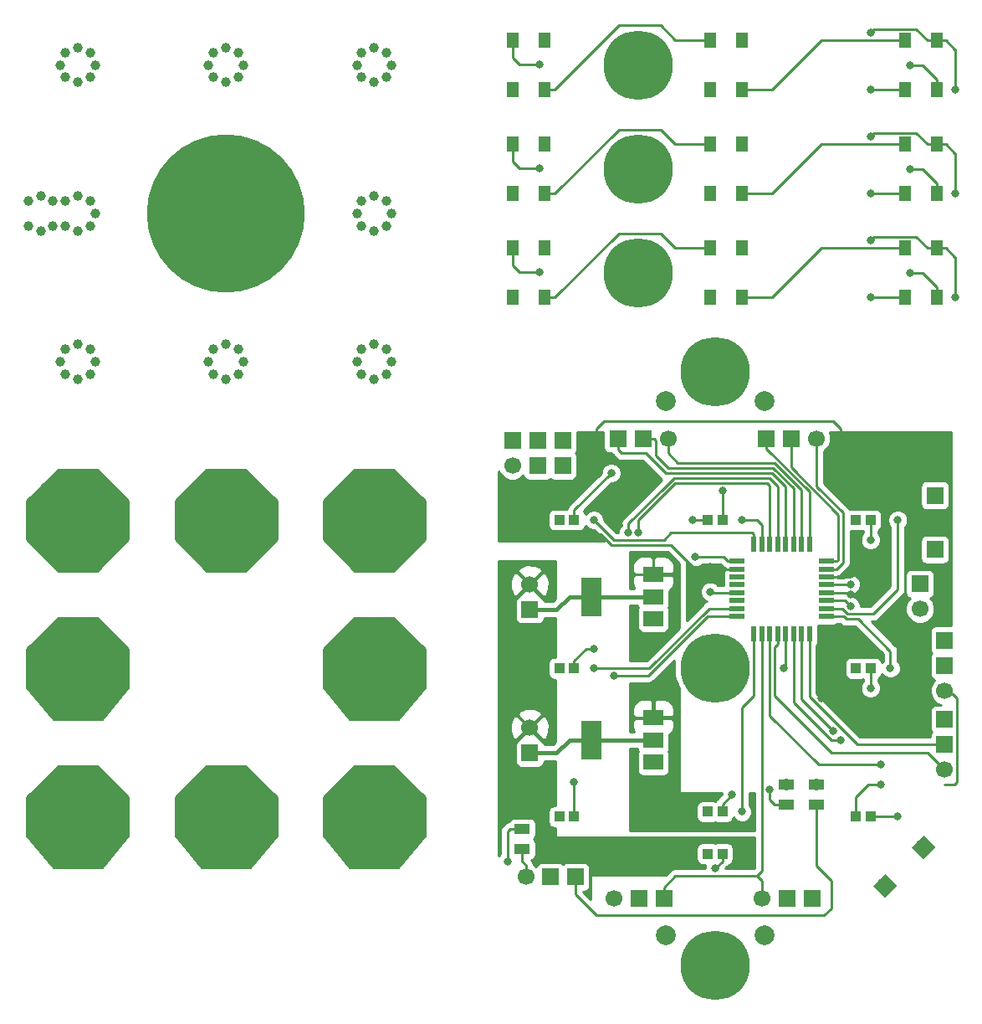
<source format=gbr>
G04 #@! TF.GenerationSoftware,KiCad,Pcbnew,(5.0.0-3-g5ebb6b6)*
G04 #@! TF.CreationDate,2019-01-04T13:26:37+03:00*
G04 #@! TF.ProjectId,uad,7561642E6B696361645F706362000000,rev?*
G04 #@! TF.SameCoordinates,Original*
G04 #@! TF.FileFunction,Copper,L1,Top,Signal*
G04 #@! TF.FilePolarity,Positive*
%FSLAX46Y46*%
G04 Gerber Fmt 4.6, Leading zero omitted, Abs format (unit mm)*
G04 Created by KiCad (PCBNEW (5.0.0-3-g5ebb6b6)) date *
%MOMM*%
%LPD*%
G01*
G04 APERTURE LIST*
G04 #@! TA.AperFunction,SMDPad,CuDef*
%ADD10R,1.200000X1.600000*%
G04 #@! TD*
G04 #@! TA.AperFunction,ComponentPad*
%ADD11C,7.000000*%
G04 #@! TD*
G04 #@! TA.AperFunction,ComponentPad*
%ADD12C,16.000000*%
G04 #@! TD*
G04 #@! TA.AperFunction,SMDPad,CuDef*
%ADD13R,0.550000X1.500000*%
G04 #@! TD*
G04 #@! TA.AperFunction,SMDPad,CuDef*
%ADD14R,1.500000X0.550000*%
G04 #@! TD*
G04 #@! TA.AperFunction,ComponentPad*
%ADD15R,1.700000X1.700000*%
G04 #@! TD*
G04 #@! TA.AperFunction,ComponentPad*
%ADD16C,1.700000*%
G04 #@! TD*
G04 #@! TA.AperFunction,SMDPad,CuDef*
%ADD17R,1.000000X1.000000*%
G04 #@! TD*
G04 #@! TA.AperFunction,SMDPad,CuDef*
%ADD18R,2.000000X4.000000*%
G04 #@! TD*
G04 #@! TA.AperFunction,SMDPad,CuDef*
%ADD19R,2.000000X1.500000*%
G04 #@! TD*
G04 #@! TA.AperFunction,ComponentPad*
%ADD20C,2.000000*%
G04 #@! TD*
G04 #@! TA.AperFunction,Conductor*
%ADD21C,0.100000*%
G04 #@! TD*
G04 #@! TA.AperFunction,SMDPad,CuDef*
%ADD22R,1.500000X1.000000*%
G04 #@! TD*
G04 #@! TA.AperFunction,ViaPad*
%ADD23C,1.000000*%
G04 #@! TD*
G04 #@! TA.AperFunction,ViaPad*
%ADD24C,0.800000*%
G04 #@! TD*
G04 #@! TA.AperFunction,ViaPad*
%ADD25C,1.200000*%
G04 #@! TD*
G04 #@! TA.AperFunction,Conductor*
%ADD26C,0.250000*%
G04 #@! TD*
G04 #@! TA.AperFunction,Conductor*
%ADD27C,0.450000*%
G04 #@! TD*
G04 #@! TA.AperFunction,Conductor*
%ADD28C,0.254000*%
G04 #@! TD*
G04 APERTURE END LIST*
D10*
G04 #@! TO.P,HL13,4*
G04 #@! TO.N,Net-(HL10-Pad2)*
X144250000Y-49000000D03*
G04 #@! TO.P,HL13,3*
G04 #@! TO.N,Net-(C16-Pad1)*
X147500000Y-49000000D03*
G04 #@! TO.P,HL13,2*
G04 #@! TO.N,Net-(HL13-Pad2)*
X147500000Y-54000000D03*
G04 #@! TO.P,HL13,1*
G04 #@! TO.N,Net-(C16-Pad2)*
X144250000Y-54000000D03*
G04 #@! TD*
G04 #@! TO.P,HL16,4*
G04 #@! TO.N,Net-(HL13-Pad2)*
X164000000Y-49000000D03*
G04 #@! TO.P,HL16,3*
G04 #@! TO.N,Net-(C16-Pad1)*
X167250000Y-49000000D03*
G04 #@! TO.P,HL16,2*
G04 #@! TO.N,Net-(HL16-Pad2)*
X167250000Y-54000000D03*
G04 #@! TO.P,HL16,1*
G04 #@! TO.N,Net-(C16-Pad2)*
X164000000Y-54000000D03*
G04 #@! TD*
D11*
G04 #@! TO.P,M3,*
G04 #@! TO.N,*
X137000000Y-51500000D03*
G04 #@! TD*
D10*
G04 #@! TO.P,HL10,1*
G04 #@! TO.N,Net-(C16-Pad2)*
X124250000Y-54000000D03*
G04 #@! TO.P,HL10,2*
G04 #@! TO.N,Net-(HL10-Pad2)*
X127500000Y-54000000D03*
G04 #@! TO.P,HL10,3*
G04 #@! TO.N,Net-(C16-Pad1)*
X127500000Y-49000000D03*
G04 #@! TO.P,HL10,4*
G04 #@! TO.N,Net-(HL10-Pad4)*
X124250000Y-49000000D03*
G04 #@! TD*
D11*
G04 #@! TO.P,M3,*
G04 #@! TO.N,*
X144750000Y-142500000D03*
G04 #@! TD*
G04 #@! TO.P,M3,*
G04 #@! TO.N,*
X144750000Y-82500000D03*
G04 #@! TD*
D10*
G04 #@! TO.P,HL12,4*
G04 #@! TO.N,Net-(HL12-Pad4)*
X124250000Y-59500000D03*
G04 #@! TO.P,HL12,3*
G04 #@! TO.N,Net-(C18-Pad1)*
X127500000Y-59500000D03*
G04 #@! TO.P,HL12,2*
G04 #@! TO.N,Net-(HL12-Pad2)*
X127500000Y-64500000D03*
G04 #@! TO.P,HL12,1*
G04 #@! TO.N,Net-(C18-Pad2)*
X124250000Y-64500000D03*
G04 #@! TD*
G04 #@! TO.P,HL15,1*
G04 #@! TO.N,Net-(C18-Pad2)*
X144250000Y-64500000D03*
G04 #@! TO.P,HL15,2*
G04 #@! TO.N,Net-(HL15-Pad2)*
X147500000Y-64500000D03*
G04 #@! TO.P,HL15,3*
G04 #@! TO.N,Net-(C18-Pad1)*
X147500000Y-59500000D03*
G04 #@! TO.P,HL15,4*
G04 #@! TO.N,Net-(HL12-Pad2)*
X144250000Y-59500000D03*
G04 #@! TD*
G04 #@! TO.P,HL18,1*
G04 #@! TO.N,Net-(C18-Pad2)*
X164000000Y-64500000D03*
G04 #@! TO.P,HL18,2*
G04 #@! TO.N,Net-(HL18-Pad2)*
X167250000Y-64500000D03*
G04 #@! TO.P,HL18,3*
G04 #@! TO.N,Net-(C18-Pad1)*
X167250000Y-59500000D03*
G04 #@! TO.P,HL18,4*
G04 #@! TO.N,Net-(HL15-Pad2)*
X164000000Y-59500000D03*
G04 #@! TD*
D11*
G04 #@! TO.P,M3,*
G04 #@! TO.N,*
X137000000Y-62000000D03*
G04 #@! TD*
D12*
G04 #@! TO.P,M8,*
G04 #@! TO.N,*
X95250000Y-66500000D03*
G04 #@! TD*
D13*
G04 #@! TO.P,DD1,32*
G04 #@! TO.N,/uab_logic/BUT_1_IN*
X154300000Y-109000000D03*
G04 #@! TO.P,DD1,31*
G04 #@! TO.N,/uab_logic/TX*
X153500000Y-109000000D03*
G04 #@! TO.P,DD1,30*
G04 #@! TO.N,/uab_logic/RX*
X152700000Y-109000000D03*
G04 #@! TO.P,DD1,29*
G04 #@! TO.N,/uab_logic/RES*
X151900000Y-109000000D03*
G04 #@! TO.P,DD1,28*
G04 #@! TO.N,/uab_logic/BUT_8_IN*
X151100000Y-109000000D03*
G04 #@! TO.P,DD1,27*
G04 #@! TO.N,/uab_logic/LED_8*
X150300000Y-109000000D03*
G04 #@! TO.P,DD1,26*
G04 #@! TO.N,/uab_logic/BUT_COM_OUT*
X149500000Y-109000000D03*
G04 #@! TO.P,DD1,25*
G04 #@! TO.N,/uab_logic/LED_1*
X148700000Y-109000000D03*
D14*
G04 #@! TO.P,DD1,24*
G04 #@! TO.N,/uab_logic/LED_2*
X147000000Y-107250000D03*
G04 #@! TO.P,DD1,23*
G04 #@! TO.N,/uab_logic/LED_3*
X147000000Y-106450000D03*
G04 #@! TO.P,DD1,22*
G04 #@! TO.N,Net-(DD1-Pad22)*
X147000000Y-105650000D03*
G04 #@! TO.P,DD1,21*
G04 #@! TO.N,/uab_logic/GND*
X147000000Y-104850000D03*
G04 #@! TO.P,DD1,20*
G04 #@! TO.N,Net-(DD1-Pad20)*
X147000000Y-104050000D03*
G04 #@! TO.P,DD1,19*
G04 #@! TO.N,Net-(DD1-Pad19)*
X147000000Y-103250000D03*
G04 #@! TO.P,DD1,18*
G04 #@! TO.N,/uab_logic/VCC*
X147000000Y-102450000D03*
G04 #@! TO.P,DD1,17*
G04 #@! TO.N,/uab_logic/SCK*
X147000000Y-101650000D03*
D13*
G04 #@! TO.P,DD1,16*
G04 #@! TO.N,/uab_logic/LED_4*
X148700000Y-99950000D03*
G04 #@! TO.P,DD1,15*
G04 #@! TO.N,/uab_logic/LED_5*
X149500000Y-99950000D03*
G04 #@! TO.P,DD1,14*
G04 #@! TO.N,/uab_logic/PWM_OUT_1*
X150300000Y-99950000D03*
G04 #@! TO.P,DD1,13*
G04 #@! TO.N,/uab_logic/PWM_OUT_2*
X151100000Y-99950000D03*
G04 #@! TO.P,DD1,12*
G04 #@! TO.N,/uab_logic/BUT_2_IN*
X151900000Y-99950000D03*
G04 #@! TO.P,DD1,11*
G04 #@! TO.N,/uab_logic/BUT_3_IN*
X152700000Y-99950000D03*
G04 #@! TO.P,DD1,10*
G04 #@! TO.N,/uab_logic/BUT_4_IN*
X153500000Y-99950000D03*
G04 #@! TO.P,DD1,9*
G04 #@! TO.N,/uab_logic/BUT_5_IN*
X154300000Y-99950000D03*
D14*
G04 #@! TO.P,DD1,8*
G04 #@! TO.N,/uab_logic/BUT_6_IN*
X156000000Y-101650000D03*
G04 #@! TO.P,DD1,7*
G04 #@! TO.N,/uab_logic/BUT_7_IN*
X156000000Y-102450000D03*
G04 #@! TO.P,DD1,6*
G04 #@! TO.N,/uab_logic/VCC*
X156000000Y-103250000D03*
G04 #@! TO.P,DD1,5*
G04 #@! TO.N,/uab_logic/GND*
X156000000Y-104050000D03*
G04 #@! TO.P,DD1,4*
G04 #@! TO.N,/uab_logic/VCC*
X156000000Y-104850000D03*
G04 #@! TO.P,DD1,3*
G04 #@! TO.N,/uab_logic/GND*
X156000000Y-105650000D03*
G04 #@! TO.P,DD1,2*
G04 #@! TO.N,/uab_logic/LED_6*
X156000000Y-106450000D03*
G04 #@! TO.P,DD1,1*
G04 #@! TO.N,/uab_logic/LED_7*
X156000000Y-107250000D03*
G04 #@! TD*
D15*
G04 #@! TO.P,XS4,3*
G04 #@! TO.N,/uab_logic/BUT_5_IN*
X149920000Y-89250000D03*
G04 #@! TO.P,XS4,2*
G04 #@! TO.N,/uab_logic/BUT_6_IN*
X152460000Y-89250000D03*
D16*
G04 #@! TO.P,XS4,1*
G04 #@! TO.N,/uab_logic/BUT_7_IN*
X155000000Y-89250000D03*
G04 #@! TD*
D15*
G04 #@! TO.P,XS5,3*
G04 #@! TO.N,Net-(XS5-Pad3)*
X168000000Y-117670000D03*
G04 #@! TO.P,XS5,2*
G04 #@! TO.N,/uab_logic/BUT_1_IN*
X168000000Y-120210000D03*
D16*
G04 #@! TO.P,XS5,1*
G04 #@! TO.N,/uab_logic/BUT_8_IN*
X168000000Y-122750000D03*
G04 #@! TD*
D15*
G04 #@! TO.P,XS3,3*
G04 #@! TO.N,/uab_logic/BUT_2_IN*
X134920000Y-89250000D03*
G04 #@! TO.P,XS3,2*
G04 #@! TO.N,/uab_logic/BUT_3_IN*
X137460000Y-89250000D03*
D16*
G04 #@! TO.P,XS3,1*
G04 #@! TO.N,/uab_logic/BUT_4_IN*
X140000000Y-89250000D03*
G04 #@! TD*
D15*
G04 #@! TO.P,XS1,3*
G04 #@! TO.N,/uab_logic/BUT_COM_OUT*
X139580000Y-135750000D03*
G04 #@! TO.P,XS1,2*
G04 #@! TO.N,/uab_logic/VCC*
X137040000Y-135750000D03*
D16*
G04 #@! TO.P,XS1,1*
G04 #@! TO.N,/uab_logic/GND*
X134500000Y-135750000D03*
G04 #@! TD*
D15*
G04 #@! TO.P,XS2,3*
G04 #@! TO.N,/uab_logic/GND*
X154580000Y-135750000D03*
G04 #@! TO.P,XS2,2*
G04 #@! TO.N,/uab_logic/VCC*
X152040000Y-135750000D03*
D16*
G04 #@! TO.P,XS2,1*
G04 #@! TO.N,/uab_logic/BUT_COM_OUT*
X149500000Y-135750000D03*
G04 #@! TD*
D17*
G04 #@! TO.P,HL1,1*
G04 #@! TO.N,Net-(HL1-Pad1)*
X144000000Y-131250000D03*
G04 #@! TO.P,HL1,2*
G04 #@! TO.N,/uab_logic/GND*
X145500000Y-131250000D03*
G04 #@! TD*
D16*
G04 #@! TO.P,XP6,1*
G04 #@! TO.N,/uab_logic/LED_4*
X124250000Y-92000000D03*
D15*
G04 #@! TO.P,XP6,3*
G04 #@! TO.N,/uab_logic/SCK*
X126790000Y-92000000D03*
G04 #@! TO.P,XP6,5*
G04 #@! TO.N,/uab_logic/RES*
X129330000Y-92000000D03*
G04 #@! TO.P,XP6,2*
G04 #@! TO.N,Net-(VD1-Pad1)*
X124250000Y-89460000D03*
G04 #@! TO.P,XP6,4*
G04 #@! TO.N,/uab_logic/LED_5*
X126790000Y-89460000D03*
G04 #@! TO.P,XP6,6*
G04 #@! TO.N,/uab_logic/GND*
X129330000Y-89460000D03*
G04 #@! TD*
D18*
G04 #@! TO.P,VT2,4*
G04 #@! TO.N,/uab_logic/collector_2*
X132250000Y-119750000D03*
D19*
G04 #@! TO.P,VT2,2*
X138500000Y-119750000D03*
G04 #@! TO.P,VT2,1*
G04 #@! TO.N,Net-(R13-Pad1)*
X138500000Y-122000000D03*
G04 #@! TO.P,VT2,3*
G04 #@! TO.N,/uab_logic/PWR_GND*
X138500000Y-117500000D03*
G04 #@! TD*
G04 #@! TO.P,VT1,3*
G04 #@! TO.N,/uab_logic/PWR_GND*
X138500000Y-103000000D03*
G04 #@! TO.P,VT1,1*
G04 #@! TO.N,Net-(R12-Pad1)*
X138500000Y-107500000D03*
G04 #@! TO.P,VT1,2*
G04 #@! TO.N,/uab_logic/collector_1*
X138500000Y-105250000D03*
D18*
G04 #@! TO.P,VT1,4*
X132250000Y-105250000D03*
G04 #@! TD*
D17*
G04 #@! TO.P,HL3,2*
G04 #@! TO.N,/uab_logic/GND*
X130500000Y-127500000D03*
G04 #@! TO.P,HL3,1*
G04 #@! TO.N,Net-(HL3-Pad1)*
X129000000Y-127500000D03*
G04 #@! TD*
G04 #@! TO.P,HL4,1*
G04 #@! TO.N,Net-(HL4-Pad1)*
X129000000Y-112500000D03*
G04 #@! TO.P,HL4,2*
G04 #@! TO.N,/uab_logic/GND*
X130500000Y-112500000D03*
G04 #@! TD*
G04 #@! TO.P,HL5,1*
G04 #@! TO.N,Net-(HL5-Pad1)*
X129000000Y-97500000D03*
G04 #@! TO.P,HL5,2*
G04 #@! TO.N,/uab_logic/GND*
X130500000Y-97500000D03*
G04 #@! TD*
G04 #@! TO.P,HL6,2*
G04 #@! TO.N,/uab_logic/GND*
X145500000Y-97500000D03*
G04 #@! TO.P,HL6,1*
G04 #@! TO.N,Net-(HL6-Pad1)*
X144000000Y-97500000D03*
G04 #@! TD*
G04 #@! TO.P,HL7,1*
G04 #@! TO.N,Net-(HL7-Pad1)*
X159000000Y-97500000D03*
G04 #@! TO.P,HL7,2*
G04 #@! TO.N,/uab_logic/GND*
X160500000Y-97500000D03*
G04 #@! TD*
G04 #@! TO.P,HL8,2*
G04 #@! TO.N,/uab_logic/GND*
X160500000Y-112500000D03*
G04 #@! TO.P,HL8,1*
G04 #@! TO.N,Net-(HL8-Pad1)*
X159000000Y-112500000D03*
G04 #@! TD*
G04 #@! TO.P,HL9,1*
G04 #@! TO.N,Net-(HL9-Pad1)*
X159000000Y-127500000D03*
G04 #@! TO.P,HL9,2*
G04 #@! TO.N,/uab_logic/GND*
X160500000Y-127500000D03*
G04 #@! TD*
G04 #@! TO.P,HL2,1*
G04 #@! TO.N,Net-(HL2-Pad1)*
X144000000Y-127000000D03*
G04 #@! TO.P,HL2,2*
G04 #@! TO.N,/uab_logic/GND*
X145500000Y-127000000D03*
G04 #@! TD*
D20*
G04 #@! TO.P,X2,1*
G04 #@! TO.N,/uab_logic/N1*
X139750000Y-85500000D03*
G04 #@! TD*
G04 #@! TO.P,X1,1*
G04 #@! TO.N,/uab_logic/L2*
X149750000Y-85500000D03*
G04 #@! TD*
G04 #@! TO.P,X4,1*
G04 #@! TO.N,/uab_logic/N1_12*
X139750000Y-139500000D03*
G04 #@! TD*
G04 #@! TO.P,X3,1*
G04 #@! TO.N,/uab_logic/L1_12*
X149750000Y-139500000D03*
G04 #@! TD*
D16*
G04 #@! TO.P,XT1,1*
G04 #@! TO.N,/uab_logic/N1*
X165500000Y-106500000D03*
D15*
G04 #@! TO.P,XT1,2*
G04 #@! TO.N,/uab_logic/L1*
X165500000Y-103960000D03*
G04 #@! TD*
D16*
G04 #@! TO.P,XT2,1*
G04 #@! TO.N,/uab_logic/PWR_12V*
X126000000Y-118500000D03*
D15*
G04 #@! TO.P,XT2,2*
G04 #@! TO.N,/uab_logic/collector_2*
X126000000Y-121040000D03*
G04 #@! TD*
G04 #@! TO.P,XT3,2*
G04 #@! TO.N,/uab_logic/collector_1*
X126000000Y-106540000D03*
D16*
G04 #@! TO.P,XT3,1*
G04 #@! TO.N,/uab_logic/PWR_12V*
X126000000Y-104000000D03*
G04 #@! TD*
D15*
G04 #@! TO.P,FU1,1*
G04 #@! TO.N,/uab_logic/L1*
X167000000Y-100500000D03*
G04 #@! TO.P,FU1,2*
G04 #@! TO.N,/uab_logic/L2*
X167000000Y-95000000D03*
G04 #@! TD*
D16*
G04 #@! TO.P,FU2,2*
G04 #@! TO.N,/uab_logic/L2_12*
X165889087Y-130610913D03*
D21*
G04 #@! TD*
G04 #@! TO.N,/uab_logic/L2_12*
G04 #@! TO.C,FU2*
G36*
X164687005Y-130610913D02*
X165889087Y-129408831D01*
X167091169Y-130610913D01*
X165889087Y-131812995D01*
X164687005Y-130610913D01*
X164687005Y-130610913D01*
G37*
D16*
G04 #@! TO.P,FU2,1*
G04 #@! TO.N,/uab_logic/L1_12*
X162000000Y-134500000D03*
D21*
G04 #@! TD*
G04 #@! TO.N,/uab_logic/L1_12*
G04 #@! TO.C,FU2*
G36*
X162000000Y-135702082D02*
X160797918Y-134500000D01*
X162000000Y-133297918D01*
X163202082Y-134500000D01*
X162000000Y-135702082D01*
X162000000Y-135702082D01*
G37*
D16*
G04 #@! TO.P,G1,1*
G04 #@! TO.N,Net-(G1-Pad1)*
X125600000Y-133600000D03*
D15*
G04 #@! TO.P,G1,2*
G04 #@! TO.N,/uab_logic/GND*
X128100000Y-133600000D03*
G04 #@! TO.P,G1,3*
G04 #@! TO.N,Net-(C15-Pad2)*
X130600000Y-133600000D03*
G04 #@! TD*
D22*
G04 #@! TO.P,L1,2*
G04 #@! TO.N,Net-(C15-Pad2)*
X155000000Y-126250000D03*
G04 #@! TO.P,L1,1*
G04 #@! TO.N,/uab_logic/PWR_12V*
X155000000Y-124250000D03*
G04 #@! TD*
G04 #@! TO.P,L2,1*
G04 #@! TO.N,/uab_logic/PWR_GND*
X152000000Y-124250000D03*
G04 #@! TO.P,L2,2*
G04 #@! TO.N,/uab_logic/GND*
X152000000Y-126250000D03*
G04 #@! TD*
G04 #@! TO.P,L3,1*
G04 #@! TO.N,Net-(G1-Pad1)*
X125250000Y-130750000D03*
G04 #@! TO.P,L3,2*
G04 #@! TO.N,Net-(L3-Pad2)*
X125250000Y-128750000D03*
G04 #@! TD*
D16*
G04 #@! TO.P,XP7,1*
G04 #@! TO.N,/uab_logic/GND*
X168000000Y-114750000D03*
D15*
G04 #@! TO.P,XP7,2*
G04 #@! TO.N,/uab_logic/RX*
X168000000Y-112210000D03*
G04 #@! TO.P,XP7,3*
G04 #@! TO.N,/uab_logic/TX*
X168000000Y-109670000D03*
G04 #@! TD*
D11*
G04 #@! TO.P,M3,*
G04 #@! TO.N,*
X144750000Y-112500000D03*
G04 #@! TD*
D10*
G04 #@! TO.P,HL11,1*
G04 #@! TO.N,Net-(C17-Pad2)*
X124250000Y-75000000D03*
G04 #@! TO.P,HL11,2*
G04 #@! TO.N,Net-(HL11-Pad2)*
X127500000Y-75000000D03*
G04 #@! TO.P,HL11,3*
G04 #@! TO.N,Net-(C17-Pad1)*
X127500000Y-70000000D03*
G04 #@! TO.P,HL11,4*
G04 #@! TO.N,Net-(HL11-Pad4)*
X124250000Y-70000000D03*
G04 #@! TD*
G04 #@! TO.P,HL14,4*
G04 #@! TO.N,Net-(HL11-Pad2)*
X144250000Y-70000000D03*
G04 #@! TO.P,HL14,3*
G04 #@! TO.N,Net-(C17-Pad1)*
X147500000Y-70000000D03*
G04 #@! TO.P,HL14,2*
G04 #@! TO.N,Net-(HL14-Pad2)*
X147500000Y-75000000D03*
G04 #@! TO.P,HL14,1*
G04 #@! TO.N,Net-(C17-Pad2)*
X144250000Y-75000000D03*
G04 #@! TD*
G04 #@! TO.P,HL17,4*
G04 #@! TO.N,Net-(HL14-Pad2)*
X164000000Y-70000000D03*
G04 #@! TO.P,HL17,3*
G04 #@! TO.N,Net-(C17-Pad1)*
X167250000Y-70000000D03*
G04 #@! TO.P,HL17,2*
G04 #@! TO.N,Net-(HL17-Pad2)*
X167250000Y-75000000D03*
G04 #@! TO.P,HL17,1*
G04 #@! TO.N,Net-(C17-Pad2)*
X164000000Y-75000000D03*
G04 #@! TD*
D11*
G04 #@! TO.P,M3,*
G04 #@! TO.N,*
X137000000Y-72500000D03*
G04 #@! TD*
D23*
G04 #@! TO.N,*
X108999999Y-65250000D03*
X111500000Y-82750000D03*
X110250001Y-79750000D03*
X109000001Y-82749999D03*
X96500000Y-52750001D03*
X95250000Y-49750000D03*
X94000000Y-52750000D03*
X95250000Y-53250001D03*
X97000000Y-51500000D03*
X79000000Y-50249999D03*
X81500002Y-50250000D03*
X81500000Y-82749998D03*
X78499999Y-51500000D03*
X80250000Y-79750000D03*
X79000000Y-82750000D03*
X79000000Y-80250000D03*
X75250002Y-67750001D03*
X75250001Y-65249999D03*
X76499998Y-68250002D03*
X77749999Y-65250000D03*
X76500000Y-64750000D03*
X79000000Y-67750000D03*
X80249998Y-68250000D03*
X109000000Y-80250000D03*
X111499999Y-80250000D03*
X108500000Y-81499999D03*
X78999999Y-65249999D03*
X108499999Y-66500000D03*
X93500001Y-81500000D03*
X96500000Y-82750000D03*
X94000000Y-80250000D03*
X96500000Y-80250000D03*
X95250002Y-79750000D03*
X96999999Y-81500000D03*
X94000000Y-82750000D03*
X95250001Y-83250000D03*
X81500000Y-52750000D03*
X80250001Y-49750002D03*
X79000000Y-52750000D03*
X80249999Y-83250000D03*
X82000000Y-81500001D03*
X94000000Y-50250000D03*
X81500000Y-67749999D03*
X80250000Y-64750000D03*
X80250000Y-53250002D03*
X110250000Y-83250001D03*
X112000000Y-81500000D03*
X82000000Y-51500000D03*
X82000002Y-66500001D03*
X77750000Y-67750001D03*
X111500001Y-67750001D03*
X110249999Y-64749999D03*
X109000000Y-67750000D03*
X109000000Y-50250000D03*
X111500000Y-50250000D03*
X108500000Y-51500002D03*
X111500000Y-52750001D03*
X110250000Y-49750000D03*
X109000000Y-52750000D03*
X110249999Y-53250000D03*
X111999998Y-51500001D03*
X78500000Y-81500001D03*
X81500000Y-80250000D03*
X96500000Y-50250000D03*
X93500000Y-51500000D03*
X110250000Y-68249999D03*
X111999998Y-66499999D03*
X111500000Y-65250000D03*
X81500000Y-65250000D03*
D24*
G04 #@! TO.N,Net-(HL10-Pad4)*
X127000000Y-51460000D03*
G04 #@! TO.N,Net-(HL16-Pad2)*
X164500000Y-51540000D03*
G04 #@! TO.N,Net-(C16-Pad1)*
X127500000Y-49000000D03*
X147500000Y-49000000D03*
X160500000Y-48250000D03*
X169050000Y-54000000D03*
G04 #@! TO.N,Net-(C16-Pad2)*
X160500000Y-54000000D03*
X144250000Y-54000000D03*
X124250000Y-54000000D03*
G04 #@! TO.N,Net-(HL1-Pad1)*
X144000000Y-131250000D03*
G04 #@! TO.N,Net-(HL2-Pad1)*
X144000000Y-127000000D03*
D25*
G04 #@! TO.N,/uad_sensor/BUT_1_CUP*
X95250000Y-123000000D03*
X92068019Y-124318019D03*
X90750000Y-127500000D03*
X92068019Y-130681981D03*
X95250000Y-132000000D03*
X98431981Y-130681981D03*
X99750000Y-127500000D03*
X98431981Y-124318019D03*
G04 #@! TO.N,/uad_sensor/BUT_2_CUP*
X80250000Y-123000000D03*
X77068019Y-124318019D03*
X75750000Y-127500000D03*
X77068019Y-130681981D03*
X80250000Y-132000000D03*
X83431981Y-130681981D03*
X84750000Y-127500000D03*
X83431981Y-124318019D03*
G04 #@! TO.N,/uad_sensor/BUT_3_CUP*
X80250000Y-108000000D03*
X77068019Y-109318019D03*
X75750000Y-112500000D03*
X77068019Y-115681981D03*
X80250000Y-117000000D03*
X83431981Y-115681981D03*
X84750000Y-112500000D03*
X83431981Y-109318019D03*
G04 #@! TO.N,/uad_sensor/BUT_4_CUP*
X75750000Y-97500000D03*
X77068019Y-100681981D03*
X80250000Y-102000000D03*
X83431981Y-100681981D03*
X84750000Y-97500000D03*
X83431981Y-94318019D03*
X77068019Y-94318019D03*
X80250000Y-93000000D03*
G04 #@! TO.N,/uad_sensor/BUT_5_CUP*
X98431981Y-94318019D03*
X95250000Y-93000000D03*
X92068019Y-94318019D03*
X90750000Y-97500000D03*
X92068019Y-100681981D03*
X95250000Y-102000000D03*
X98431981Y-100681981D03*
X99750000Y-97500000D03*
G04 #@! TO.N,/uad_sensor/BUT_6_CUP*
X110250000Y-93000000D03*
X107068019Y-94318019D03*
X105750000Y-97500000D03*
X107068019Y-100681981D03*
X113431981Y-100681981D03*
X114750000Y-97500000D03*
X113431981Y-94318019D03*
X110250000Y-102000000D03*
G04 #@! TO.N,/uad_sensor/BUT_7_CUP*
X110250000Y-108000000D03*
X107068019Y-109318019D03*
X105750000Y-112500000D03*
X107068019Y-115681981D03*
X113431981Y-115681981D03*
X114750000Y-112500000D03*
X113431981Y-109318019D03*
X110250000Y-117000000D03*
G04 #@! TO.N,/uad_sensor/BUT_8_CUP*
X110250000Y-132000000D03*
X107068019Y-124318019D03*
X105750000Y-127500000D03*
X107068019Y-130681981D03*
X113431981Y-130681981D03*
X114750000Y-127500000D03*
X113431981Y-124318019D03*
X110250000Y-123000000D03*
D24*
G04 #@! TO.N,/uab_logic/VCC*
X158512653Y-102987347D03*
X144250000Y-102250000D03*
X158500000Y-105000003D03*
X125700000Y-98950000D03*
X155500000Y-115500000D03*
G04 #@! TO.N,/uab_logic/GND*
X158500000Y-104000000D03*
X158500000Y-106250000D03*
X144250000Y-104750000D03*
X145500000Y-94500000D03*
X160500000Y-99500000D03*
X134250000Y-92750000D03*
X132500000Y-110500000D03*
X130500000Y-124000000D03*
X150250000Y-124750000D03*
X163250000Y-127500000D03*
X160500000Y-114500000D03*
X146500000Y-125250000D03*
X144750000Y-132750000D03*
G04 #@! TO.N,/uab_logic/PWM_OUT_1*
X137000000Y-98750000D03*
G04 #@! TO.N,/uab_logic/PWM_OUT_2*
X136000000Y-98750000D03*
G04 #@! TO.N,/uab_logic/SCK*
X142750000Y-101250000D03*
G04 #@! TO.N,/uab_logic/RES*
X151750000Y-112500000D03*
G04 #@! TO.N,/uab_logic/RX*
X157500000Y-119750000D03*
G04 #@! TO.N,/uab_logic/TX*
X156700846Y-118799154D03*
G04 #@! TO.N,Net-(R12-Pad1)*
X138500000Y-107500000D03*
G04 #@! TO.N,Net-(R13-Pad1)*
X138500000Y-122000000D03*
D25*
G04 #@! TO.N,/uab_logic/PWR_GND*
X152000000Y-124250000D03*
X140750000Y-127000000D03*
X137250000Y-114500000D03*
X137250000Y-109750000D03*
X139750000Y-114500000D03*
X139000000Y-109750000D03*
D24*
G04 #@! TO.N,Net-(HL3-Pad1)*
X129000000Y-127500000D03*
G04 #@! TO.N,Net-(HL4-Pad1)*
X129000000Y-112500000D03*
G04 #@! TO.N,Net-(HL5-Pad1)*
X129000000Y-97500000D03*
G04 #@! TO.N,Net-(HL6-Pad1)*
X142500000Y-97500000D03*
G04 #@! TO.N,Net-(HL7-Pad1)*
X159000000Y-97500000D03*
G04 #@! TO.N,Net-(HL8-Pad1)*
X159000000Y-112500000D03*
G04 #@! TO.N,Net-(HL9-Pad1)*
X161500000Y-124250000D03*
G04 #@! TO.N,/uab_logic/LED_1*
X147500000Y-127000000D03*
G04 #@! TO.N,/uab_logic/LED_2*
X134500000Y-113250000D03*
G04 #@! TO.N,/uab_logic/LED_3*
X132500000Y-112500000D03*
G04 #@! TO.N,/uab_logic/LED_4*
X132500000Y-97500000D03*
G04 #@! TO.N,/uab_logic/LED_5*
X147500000Y-97500000D03*
G04 #@! TO.N,/uab_logic/LED_6*
X163250000Y-97500000D03*
G04 #@! TO.N,/uab_logic/LED_7*
X162500000Y-112500000D03*
G04 #@! TO.N,/uab_logic/LED_8*
X161500000Y-122250000D03*
D25*
G04 #@! TO.N,/uab_logic/PWR_12V*
X155000000Y-124250000D03*
X140750000Y-130750000D03*
D24*
G04 #@! TO.N,Net-(L3-Pad2)*
X123750000Y-132000000D03*
G04 #@! TO.N,Net-(HL11-Pad4)*
X127000000Y-72460000D03*
G04 #@! TO.N,Net-(HL12-Pad4)*
X127000000Y-61960000D03*
G04 #@! TO.N,Net-(HL17-Pad2)*
X164500000Y-72540000D03*
G04 #@! TO.N,Net-(HL18-Pad2)*
X164500000Y-62040000D03*
G04 #@! TO.N,Net-(C17-Pad2)*
X124250000Y-75000000D03*
X144250000Y-75000000D03*
X160500000Y-75000000D03*
G04 #@! TO.N,Net-(C17-Pad1)*
X127500000Y-70000000D03*
X147500000Y-70000000D03*
X160500000Y-69250000D03*
X169050000Y-75000000D03*
G04 #@! TO.N,Net-(C18-Pad1)*
X169050000Y-64500000D03*
X160500000Y-58750000D03*
X147500000Y-59500000D03*
X127500000Y-59500000D03*
G04 #@! TO.N,Net-(C18-Pad2)*
X124250000Y-64500000D03*
X144250000Y-64500000D03*
X160500000Y-64500000D03*
G04 #@! TD*
D26*
G04 #@! TO.N,Net-(HL10-Pad2)*
X135000000Y-47500000D02*
X139250000Y-47500000D01*
X128500000Y-54000000D02*
X135000000Y-47500000D01*
X139250000Y-47500000D02*
X140750000Y-49000000D01*
X140750000Y-49000000D02*
X144250000Y-49000000D01*
X127500000Y-54000000D02*
X128500000Y-54000000D01*
G04 #@! TO.N,Net-(HL10-Pad4)*
X127000000Y-51460000D02*
X124960000Y-51460000D01*
X124960000Y-51460000D02*
X124250000Y-50750000D01*
X124250000Y-50750000D02*
X124250000Y-49000000D01*
G04 #@! TO.N,Net-(HL13-Pad2)*
X147500000Y-54000000D02*
X150500000Y-54000000D01*
X155500000Y-49000000D02*
X164000000Y-49000000D01*
X150500000Y-54000000D02*
X155500000Y-49000000D01*
G04 #@! TO.N,Net-(HL16-Pad2)*
X167250000Y-54000000D02*
X167250000Y-52950000D01*
X164540000Y-51500000D02*
X164500000Y-51540000D01*
X165800000Y-51500000D02*
X164540000Y-51500000D01*
X167250000Y-52950000D02*
X165800000Y-51500000D01*
G04 #@! TO.N,Net-(C16-Pad1)*
X167250000Y-49000000D02*
X168100000Y-49000000D01*
X165100001Y-47850001D02*
X160899999Y-47850001D01*
X169000000Y-49900000D02*
X169050000Y-49950000D01*
X169050000Y-49950000D02*
X169050000Y-54000000D01*
X167250000Y-49000000D02*
X166250000Y-49000000D01*
X166250000Y-49000000D02*
X165100001Y-47850001D01*
X160899999Y-47850001D02*
X160500000Y-48250000D01*
X168100000Y-49000000D02*
X169000000Y-49900000D01*
G04 #@! TO.N,Net-(C16-Pad2)*
X160500000Y-54000000D02*
X164000000Y-54000000D01*
G04 #@! TO.N,/uab_logic/BUT_8_IN*
X151100000Y-110000000D02*
X151100000Y-109000000D01*
X150750000Y-110350000D02*
X151100000Y-110000000D01*
X150750000Y-115250000D02*
X150750000Y-110350000D01*
X156500000Y-121000000D02*
X150750000Y-115250000D01*
X166250000Y-121000000D02*
X156500000Y-121000000D01*
X168000000Y-122750000D02*
X166250000Y-121000000D01*
G04 #@! TO.N,/uab_logic/VCC*
X158250000Y-103250000D02*
X158512653Y-102987347D01*
X156000000Y-103250000D02*
X158250000Y-103250000D01*
X144450000Y-102450000D02*
X144250000Y-102250000D01*
X147000000Y-102450000D02*
X144450000Y-102450000D01*
X156000000Y-104850000D02*
X158349997Y-104850000D01*
X158349997Y-104850000D02*
X158500000Y-105000003D01*
X143000000Y-102250000D02*
X144250000Y-102250000D01*
X133200000Y-98950000D02*
X134250000Y-100000000D01*
X140250000Y-100000000D02*
X142500000Y-102250000D01*
X134250000Y-100000000D02*
X140250000Y-100000000D01*
X142500000Y-102250000D02*
X143000000Y-102250000D01*
X125700000Y-98950000D02*
X133200000Y-98950000D01*
X125700000Y-98150000D02*
X129600000Y-94250000D01*
X125700000Y-98950000D02*
X125700000Y-98150000D01*
X129600000Y-94250000D02*
X131000000Y-94250000D01*
X131000000Y-94250000D02*
X132750000Y-92500000D01*
X132750000Y-92500000D02*
X132750000Y-88250000D01*
X132750000Y-88250000D02*
X133500000Y-87500000D01*
X133500000Y-87500000D02*
X156750000Y-87500000D01*
X156750000Y-87500000D02*
X157500000Y-88250000D01*
X157500000Y-88250000D02*
X157500000Y-89250000D01*
X157500000Y-89250000D02*
X157500000Y-89500000D01*
X158512653Y-102987347D02*
X158512653Y-102421662D01*
G04 #@! TO.N,/uab_logic/GND*
X169250000Y-115500000D02*
X168851048Y-115101047D01*
X168851048Y-115101047D02*
X168101047Y-115101047D01*
X169250000Y-115500000D02*
X169250000Y-117250000D01*
X169250000Y-122750000D02*
X169250000Y-124000000D01*
X169250000Y-117250000D02*
X169250000Y-122750000D01*
X169250000Y-124000000D02*
X169000000Y-124250000D01*
X169000000Y-124250000D02*
X168000000Y-124250000D01*
X158450000Y-104050000D02*
X158500000Y-104000000D01*
X156000000Y-104050000D02*
X158450000Y-104050000D01*
X157900000Y-105650000D02*
X158500000Y-106250000D01*
X156000000Y-105650000D02*
X157900000Y-105650000D01*
X147000000Y-104850000D02*
X144350000Y-104850000D01*
X144350000Y-104850000D02*
X144250000Y-104750000D01*
X145500000Y-97500000D02*
X145500000Y-94500000D01*
X160500000Y-97500000D02*
X160500000Y-99500000D01*
X130500000Y-96500000D02*
X134250000Y-92750000D01*
X130500000Y-97500000D02*
X130500000Y-96500000D01*
X131750000Y-110500000D02*
X132500000Y-110500000D01*
X130500000Y-111750000D02*
X131750000Y-110500000D01*
X130500000Y-112500000D02*
X130500000Y-111750000D01*
X130500000Y-127500000D02*
X130500000Y-124000000D01*
X151750000Y-126250000D02*
X152000000Y-126250000D01*
X150750000Y-126250000D02*
X151750000Y-126250000D01*
X150250000Y-125750000D02*
X150750000Y-126250000D01*
X150250000Y-124750000D02*
X150250000Y-125750000D01*
X160500000Y-127500000D02*
X163250000Y-127500000D01*
X160500000Y-112500000D02*
X160500000Y-114500000D01*
X145500000Y-126250000D02*
X146500000Y-125250000D01*
X145500000Y-127000000D02*
X145500000Y-126250000D01*
X145500000Y-132000000D02*
X144750000Y-132750000D01*
X145500000Y-131250000D02*
X145500000Y-132000000D01*
G04 #@! TO.N,/uab_logic/PWM_OUT_1*
X137000000Y-97500000D02*
X140750000Y-93750000D01*
X150000000Y-93750000D02*
X140750000Y-93750000D01*
X137000000Y-98750000D02*
X137000000Y-97500000D01*
X150300000Y-99950000D02*
X150300000Y-94050000D01*
X150300000Y-94050000D02*
X150000000Y-93750000D01*
G04 #@! TO.N,/uab_logic/PWM_OUT_2*
X136000000Y-97863590D02*
X139750000Y-94113590D01*
X136000000Y-98750000D02*
X136000000Y-97863590D01*
X150250000Y-93250000D02*
X143500000Y-93250000D01*
X143500000Y-93250000D02*
X140613590Y-93250000D01*
X140613590Y-93250000D02*
X139750000Y-94113590D01*
X151100000Y-94100000D02*
X150250000Y-93250000D01*
X151100000Y-99950000D02*
X151100000Y-94100000D01*
G04 #@! TO.N,/uab_logic/SCK*
X146000000Y-101650000D02*
X147000000Y-101650000D01*
X145587347Y-101237347D02*
X146000000Y-101650000D01*
X144803032Y-101237347D02*
X145587347Y-101237347D01*
X142750000Y-101250000D02*
X144803032Y-101237347D01*
G04 #@! TO.N,/uab_logic/RES*
X151900000Y-109000000D02*
X151900000Y-112350000D01*
X151900000Y-112350000D02*
X151750000Y-112500000D01*
G04 #@! TO.N,/uab_logic/RX*
X152700000Y-109000000D02*
X152700000Y-115950000D01*
X156500000Y-119750000D02*
X157500000Y-119750000D01*
X152700000Y-115950000D02*
X156500000Y-119750000D01*
G04 #@! TO.N,/uab_logic/TX*
X153500000Y-115598308D02*
X156700846Y-118799154D01*
X153500000Y-109000000D02*
X153500000Y-115598308D01*
G04 #@! TO.N,/uab_logic/BUT_COM_OUT*
X139580000Y-134650000D02*
X140730000Y-133500000D01*
X139580000Y-135750000D02*
X139580000Y-134650000D01*
X149500000Y-133000000D02*
X149000000Y-133500000D01*
X149500000Y-132750000D02*
X149500000Y-133000000D01*
X140730000Y-133500000D02*
X149000000Y-133500000D01*
X149500000Y-109000000D02*
X149500000Y-132750000D01*
X149000000Y-133500000D02*
X149500000Y-134000000D01*
X149500000Y-134000000D02*
X149500000Y-135750000D01*
G04 #@! TO.N,/uab_logic/BUT_2_IN*
X151900000Y-94150000D02*
X151900000Y-99950000D01*
X134920000Y-90350000D02*
X135320000Y-90750000D01*
X134920000Y-89250000D02*
X134920000Y-90350000D01*
X135320000Y-90750000D02*
X137750000Y-90750000D01*
X137750000Y-90750000D02*
X139750000Y-92750000D01*
X139750000Y-92750000D02*
X150500000Y-92750000D01*
X150500000Y-92750000D02*
X151900000Y-94150000D01*
G04 #@! TO.N,/uab_logic/BUT_3_IN*
X152700000Y-99950000D02*
X152700000Y-94313590D01*
X152700000Y-94313590D02*
X150636410Y-92250000D01*
X138560000Y-89250000D02*
X138750000Y-89440000D01*
X137460000Y-89250000D02*
X138560000Y-89250000D01*
X138750000Y-91000000D02*
X140000000Y-92250000D01*
X138750000Y-89440000D02*
X138750000Y-91000000D01*
X150636410Y-92250000D02*
X140000000Y-92250000D01*
G04 #@! TO.N,/uab_logic/BUT_4_IN*
X140000000Y-90750000D02*
X140000000Y-89250000D01*
X150772820Y-91750000D02*
X141000000Y-91750000D01*
X141000000Y-91750000D02*
X140000000Y-90750000D01*
X153500000Y-94477180D02*
X150772820Y-91750000D01*
X153500000Y-99950000D02*
X153500000Y-94477180D01*
G04 #@! TO.N,/uab_logic/BUT_5_IN*
X149920000Y-90260770D02*
X149920000Y-89250000D01*
X154300000Y-94640770D02*
X149920000Y-90260770D01*
X154300000Y-99950000D02*
X154300000Y-94640770D01*
G04 #@! TO.N,/uab_logic/BUT_6_IN*
X152460000Y-92164360D02*
X152460000Y-89250000D01*
X156000000Y-101650000D02*
X157100000Y-101650000D01*
X157250000Y-96954360D02*
X157250000Y-101500000D01*
X157100000Y-101650000D02*
X157250000Y-101500000D01*
X157250000Y-96954360D02*
X152460000Y-92164360D01*
G04 #@! TO.N,/uab_logic/BUT_7_IN*
X155000000Y-94067950D02*
X155000000Y-89250000D01*
X157700009Y-96767959D02*
X155000000Y-94067950D01*
X157700010Y-101799990D02*
X157700009Y-96767959D01*
X156000000Y-102450000D02*
X157050000Y-102450000D01*
X157050000Y-102450000D02*
X157700010Y-101799990D01*
G04 #@! TO.N,/uab_logic/BUT_1_IN*
X159136998Y-120210000D02*
X160000000Y-120210000D01*
X154300000Y-115373002D02*
X159136998Y-120210000D01*
X154300000Y-109000000D02*
X154300000Y-115373002D01*
X168000000Y-120210000D02*
X160000000Y-120210000D01*
D27*
G04 #@! TO.N,/uab_logic/PWR_GND*
X138500000Y-115750000D02*
X137250000Y-114500000D01*
X138500000Y-117500000D02*
X138500000Y-115750000D01*
X138500000Y-115750000D02*
X139750000Y-114500000D01*
X138500000Y-117500000D02*
X140750000Y-117500000D01*
X138500000Y-103000000D02*
X140750000Y-103000000D01*
D26*
G04 #@! TO.N,Net-(HL6-Pad1)*
X142500000Y-97500000D02*
X144000000Y-97500000D01*
G04 #@! TO.N,Net-(HL9-Pad1)*
X161500000Y-124250000D02*
X160250000Y-124250000D01*
X159000000Y-125500000D02*
X159000000Y-127500000D01*
X160250000Y-124250000D02*
X159000000Y-125500000D01*
G04 #@! TO.N,/uab_logic/LED_1*
X148700000Y-115300000D02*
X148700000Y-109000000D01*
X147500000Y-116500000D02*
X148700000Y-115300000D01*
X147500000Y-127000000D02*
X147500000Y-116500000D01*
G04 #@! TO.N,/uab_logic/LED_2*
X134500000Y-113250000D02*
X138000000Y-113250000D01*
X144000000Y-107250000D02*
X147000000Y-107250000D01*
X138000000Y-113250000D02*
X144000000Y-107250000D01*
G04 #@! TO.N,/uab_logic/LED_3*
X137500000Y-112500000D02*
X132500000Y-112500000D01*
X144163590Y-106450000D02*
X138113590Y-112500000D01*
X138113590Y-112500000D02*
X137500000Y-112500000D01*
X147000000Y-106450000D02*
X144163590Y-106450000D01*
G04 #@! TO.N,/uab_logic/LED_4*
X148700000Y-99950000D02*
X148700000Y-98950000D01*
X148700000Y-98950000D02*
X148500000Y-98750000D01*
X148500000Y-98750000D02*
X140323002Y-98750000D01*
X139573002Y-99500000D02*
X134500000Y-99500000D01*
X132899999Y-97899999D02*
X132500000Y-97500000D01*
X140323002Y-98750000D02*
X139573002Y-99500000D01*
X134500000Y-99500000D02*
X132899999Y-97899999D01*
G04 #@! TO.N,/uab_logic/LED_5*
X149500000Y-98000000D02*
X149500000Y-99950000D01*
X147500000Y-97500000D02*
X149000000Y-97500000D01*
X149000000Y-97500000D02*
X149500000Y-98000000D01*
G04 #@! TO.N,/uab_logic/LED_6*
X157000000Y-106450000D02*
X156000000Y-106450000D01*
X157626998Y-106450000D02*
X157000000Y-106450000D01*
X158176998Y-107000000D02*
X157626998Y-106450000D01*
X163250000Y-97500000D02*
X163250000Y-104500000D01*
X160750000Y-107000000D02*
X158176998Y-107000000D01*
X163250000Y-104500000D02*
X160750000Y-107000000D01*
G04 #@! TO.N,/uab_logic/LED_7*
X162500000Y-110750000D02*
X162500000Y-112500000D01*
X159250000Y-107500000D02*
X162500000Y-110750000D01*
X158040588Y-107500000D02*
X159250000Y-107500000D01*
X156000000Y-107250000D02*
X157790588Y-107250000D01*
X157790588Y-107250000D02*
X158040588Y-107500000D01*
G04 #@! TO.N,/uab_logic/LED_8*
X150300000Y-117300000D02*
X150300000Y-109000000D01*
X161500000Y-122250000D02*
X155250000Y-122250000D01*
X155250000Y-122250000D02*
X150300000Y-117300000D01*
D27*
G04 #@! TO.N,/uab_logic/PWR_12V*
X126000000Y-104000000D02*
X125150001Y-104849999D01*
X125150001Y-104849999D02*
X124000000Y-106000000D01*
X126000000Y-118500000D02*
X125150001Y-119349999D01*
X125150001Y-119349999D02*
X124000000Y-120500000D01*
X126000000Y-104000000D02*
X126849999Y-104849999D01*
X126849999Y-104849999D02*
X127500000Y-105500000D01*
X126000000Y-118500000D02*
X126849999Y-119349999D01*
X126849999Y-119349999D02*
X127500000Y-120000000D01*
D26*
G04 #@! TO.N,Net-(C15-Pad2)*
X155000000Y-126250000D02*
X155000000Y-132500000D01*
X155000000Y-132500000D02*
X156500000Y-134000000D01*
X156500000Y-134000000D02*
X156500000Y-136750000D01*
X156500000Y-136750000D02*
X155750000Y-137500000D01*
X155750000Y-137500000D02*
X132750000Y-137500000D01*
X130600000Y-135350000D02*
X130600000Y-133600000D01*
X132750000Y-137500000D02*
X130600000Y-135350000D01*
G04 #@! TO.N,Net-(G1-Pad1)*
X125250000Y-130750000D02*
X125250000Y-132000000D01*
X125600000Y-132350000D02*
X125600000Y-133600000D01*
X125250000Y-132000000D02*
X125600000Y-132350000D01*
G04 #@! TO.N,Net-(L3-Pad2)*
X124000000Y-128750000D02*
X125250000Y-128750000D01*
X123750000Y-129000000D02*
X124000000Y-128750000D01*
X123750000Y-132000000D02*
X123750000Y-129000000D01*
D27*
G04 #@! TO.N,/uab_logic/collector_2*
X132250000Y-119750000D02*
X130000000Y-119750000D01*
X128710000Y-121040000D02*
X126000000Y-121040000D01*
X130000000Y-119750000D02*
X128710000Y-121040000D01*
X137050000Y-119750000D02*
X132250000Y-119750000D01*
X138500000Y-119750000D02*
X137050000Y-119750000D01*
G04 #@! TO.N,/uab_logic/collector_1*
X132250000Y-105250000D02*
X130000000Y-105250000D01*
X128710000Y-106540000D02*
X126000000Y-106540000D01*
X130000000Y-105250000D02*
X128710000Y-106540000D01*
X138500000Y-105250000D02*
X132250000Y-105250000D01*
D26*
G04 #@! TO.N,Net-(HL11-Pad4)*
X127000000Y-72460000D02*
X124960000Y-72460000D01*
X124250000Y-71750000D02*
X124250000Y-70000000D01*
X124960000Y-72460000D02*
X124250000Y-71750000D01*
G04 #@! TO.N,Net-(HL11-Pad2)*
X127500000Y-75000000D02*
X128500000Y-75000000D01*
X128500000Y-75000000D02*
X135000000Y-68500000D01*
X139250000Y-68500000D02*
X140750000Y-70000000D01*
X135000000Y-68500000D02*
X139250000Y-68500000D01*
X140750000Y-70000000D02*
X144250000Y-70000000D01*
G04 #@! TO.N,Net-(HL12-Pad2)*
X139250000Y-58000000D02*
X140750000Y-59500000D01*
X140750000Y-59500000D02*
X144250000Y-59500000D01*
X127500000Y-64500000D02*
X128500000Y-64500000D01*
X135000000Y-58000000D02*
X139250000Y-58000000D01*
X128500000Y-64500000D02*
X135000000Y-58000000D01*
G04 #@! TO.N,Net-(HL12-Pad4)*
X124960000Y-61960000D02*
X124250000Y-61250000D01*
X124250000Y-61250000D02*
X124250000Y-59500000D01*
X127000000Y-61960000D02*
X124960000Y-61960000D01*
G04 #@! TO.N,Net-(HL14-Pad2)*
X155500000Y-70000000D02*
X164000000Y-70000000D01*
X150500000Y-75000000D02*
X155500000Y-70000000D01*
X147500000Y-75000000D02*
X150500000Y-75000000D01*
G04 #@! TO.N,Net-(HL15-Pad2)*
X147500000Y-64500000D02*
X150500000Y-64500000D01*
X155500000Y-59500000D02*
X164000000Y-59500000D01*
X150500000Y-64500000D02*
X155500000Y-59500000D01*
G04 #@! TO.N,Net-(HL17-Pad2)*
X167250000Y-73950000D02*
X165800000Y-72500000D01*
X167250000Y-75000000D02*
X167250000Y-73950000D01*
X164540000Y-72500000D02*
X164500000Y-72540000D01*
X165800000Y-72500000D02*
X164540000Y-72500000D01*
G04 #@! TO.N,Net-(HL18-Pad2)*
X164540000Y-62000000D02*
X164500000Y-62040000D01*
X165800000Y-62000000D02*
X164540000Y-62000000D01*
X167250000Y-63450000D02*
X165800000Y-62000000D01*
X167250000Y-64500000D02*
X167250000Y-63450000D01*
G04 #@! TO.N,Net-(C17-Pad2)*
X160500000Y-75000000D02*
X164000000Y-75000000D01*
G04 #@! TO.N,Net-(C17-Pad1)*
X160899999Y-68850001D02*
X160500000Y-69250000D01*
X165100001Y-68850001D02*
X160899999Y-68850001D01*
X166250000Y-70000000D02*
X165100001Y-68850001D01*
X167250000Y-70000000D02*
X166250000Y-70000000D01*
X168100000Y-70000000D02*
X169000000Y-70900000D01*
X167250000Y-70000000D02*
X168100000Y-70000000D01*
X169050000Y-70950000D02*
X169050000Y-75000000D01*
X169000000Y-70900000D02*
X169050000Y-70950000D01*
G04 #@! TO.N,Net-(C18-Pad1)*
X168100000Y-59500000D02*
X169000000Y-60400000D01*
X166250000Y-59500000D02*
X165100001Y-58350001D01*
X160899999Y-58350001D02*
X160500000Y-58750000D01*
X167250000Y-59500000D02*
X166250000Y-59500000D01*
X169000000Y-60400000D02*
X169050000Y-60450000D01*
X169050000Y-60450000D02*
X169050000Y-64500000D01*
X167250000Y-59500000D02*
X168100000Y-59500000D01*
X165100001Y-58350001D02*
X160899999Y-58350001D01*
G04 #@! TO.N,Net-(C18-Pad2)*
X160500000Y-64500000D02*
X164000000Y-64500000D01*
G04 #@! TD*
G04 #@! TO.N,/uad_sensor/BUT_4_CUP*
G36*
X85375000Y-95551776D02*
X85375000Y-99448224D01*
X82198224Y-102625000D01*
X78301776Y-102625000D01*
X75125000Y-99448224D01*
X75125000Y-95551776D01*
X78301776Y-92375000D01*
X82198224Y-92375000D01*
X85375000Y-95551776D01*
X85375000Y-95551776D01*
G37*
X85375000Y-95551776D02*
X85375000Y-99448224D01*
X82198224Y-102625000D01*
X78301776Y-102625000D01*
X75125000Y-99448224D01*
X75125000Y-95551776D01*
X78301776Y-92375000D01*
X82198224Y-92375000D01*
X85375000Y-95551776D01*
G04 #@! TO.N,/uad_sensor/BUT_5_CUP*
G36*
X100375000Y-95551776D02*
X100375000Y-99448224D01*
X97198224Y-102625000D01*
X93301776Y-102625000D01*
X90125000Y-99448224D01*
X90125000Y-95551776D01*
X93301776Y-92375000D01*
X97198224Y-92375000D01*
X100375000Y-95551776D01*
X100375000Y-95551776D01*
G37*
X100375000Y-95551776D02*
X100375000Y-99448224D01*
X97198224Y-102625000D01*
X93301776Y-102625000D01*
X90125000Y-99448224D01*
X90125000Y-95551776D01*
X93301776Y-92375000D01*
X97198224Y-92375000D01*
X100375000Y-95551776D01*
G04 #@! TO.N,/uad_sensor/BUT_6_CUP*
G36*
X115375000Y-95551776D02*
X115375000Y-99448224D01*
X112198224Y-102625000D01*
X108301776Y-102625000D01*
X105125000Y-99448224D01*
X105125000Y-95551776D01*
X108301776Y-92375000D01*
X112198224Y-92375000D01*
X115375000Y-95551776D01*
X115375000Y-95551776D01*
G37*
X115375000Y-95551776D02*
X115375000Y-99448224D01*
X112198224Y-102625000D01*
X108301776Y-102625000D01*
X105125000Y-99448224D01*
X105125000Y-95551776D01*
X108301776Y-92375000D01*
X112198224Y-92375000D01*
X115375000Y-95551776D01*
G04 #@! TO.N,/uad_sensor/BUT_7_CUP*
G36*
X115375000Y-110551776D02*
X115375000Y-114454212D01*
X112692025Y-117625000D01*
X107807975Y-117625000D01*
X105125000Y-114454212D01*
X105125000Y-110551776D01*
X108301776Y-107375000D01*
X112198224Y-107375000D01*
X115375000Y-110551776D01*
X115375000Y-110551776D01*
G37*
X115375000Y-110551776D02*
X115375000Y-114454212D01*
X112692025Y-117625000D01*
X107807975Y-117625000D01*
X105125000Y-114454212D01*
X105125000Y-110551776D01*
X108301776Y-107375000D01*
X112198224Y-107375000D01*
X115375000Y-110551776D01*
G04 #@! TO.N,/uad_sensor/BUT_8_CUP*
G36*
X115375000Y-125551776D02*
X115375000Y-129454212D01*
X112692025Y-132625000D01*
X107807975Y-132625000D01*
X105125000Y-129454212D01*
X105125000Y-125551776D01*
X108301776Y-122375000D01*
X112198224Y-122375000D01*
X115375000Y-125551776D01*
X115375000Y-125551776D01*
G37*
X115375000Y-125551776D02*
X115375000Y-129454212D01*
X112692025Y-132625000D01*
X107807975Y-132625000D01*
X105125000Y-129454212D01*
X105125000Y-125551776D01*
X108301776Y-122375000D01*
X112198224Y-122375000D01*
X115375000Y-125551776D01*
G04 #@! TO.N,/uad_sensor/BUT_1_CUP*
G36*
X100375000Y-125551776D02*
X100375000Y-129454212D01*
X97692025Y-132625000D01*
X92807975Y-132625000D01*
X90125000Y-129454212D01*
X90125000Y-125551776D01*
X93301776Y-122375000D01*
X97198224Y-122375000D01*
X100375000Y-125551776D01*
X100375000Y-125551776D01*
G37*
X100375000Y-125551776D02*
X100375000Y-129454212D01*
X97692025Y-132625000D01*
X92807975Y-132625000D01*
X90125000Y-129454212D01*
X90125000Y-125551776D01*
X93301776Y-122375000D01*
X97198224Y-122375000D01*
X100375000Y-125551776D01*
G04 #@! TO.N,/uad_sensor/BUT_2_CUP*
G36*
X85375000Y-125551776D02*
X85375000Y-129454212D01*
X82692025Y-132625000D01*
X77807975Y-132625000D01*
X75125000Y-129454212D01*
X75125000Y-125551776D01*
X78301776Y-122375000D01*
X82198224Y-122375000D01*
X85375000Y-125551776D01*
X85375000Y-125551776D01*
G37*
X85375000Y-125551776D02*
X85375000Y-129454212D01*
X82692025Y-132625000D01*
X77807975Y-132625000D01*
X75125000Y-129454212D01*
X75125000Y-125551776D01*
X78301776Y-122375000D01*
X82198224Y-122375000D01*
X85375000Y-125551776D01*
G04 #@! TO.N,/uad_sensor/BUT_3_CUP*
G36*
X85375000Y-110551776D02*
X85375000Y-114454212D01*
X82692025Y-117625000D01*
X77807975Y-117625000D01*
X75125000Y-114454212D01*
X75125000Y-110551776D01*
X78301776Y-107375000D01*
X82198224Y-107375000D01*
X85375000Y-110551776D01*
X85375000Y-110551776D01*
G37*
X85375000Y-110551776D02*
X85375000Y-114454212D01*
X82692025Y-117625000D01*
X77807975Y-117625000D01*
X75125000Y-114454212D01*
X75125000Y-110551776D01*
X78301776Y-107375000D01*
X82198224Y-107375000D01*
X85375000Y-110551776D01*
G04 #@! TO.N,/uab_logic/PWR_12V*
G36*
X128625000Y-105422919D02*
X128357919Y-105690000D01*
X127487244Y-105690000D01*
X127438737Y-105446137D01*
X127422497Y-105421831D01*
X127439843Y-105404485D01*
X127352637Y-105317279D01*
X127300600Y-105239400D01*
X127251046Y-105206289D01*
X127643681Y-105163302D01*
X127963740Y-104445742D01*
X127984837Y-103660321D01*
X127703760Y-102926613D01*
X127643681Y-102836698D01*
X127242573Y-102792783D01*
X126035355Y-104000000D01*
X126049498Y-104014142D01*
X126014142Y-104049498D01*
X126000000Y-104035355D01*
X125985858Y-104049498D01*
X125950502Y-104014142D01*
X125964645Y-104000000D01*
X124757427Y-102792783D01*
X124356319Y-102836698D01*
X124036260Y-103554258D01*
X124015163Y-104339679D01*
X124296240Y-105073387D01*
X124356319Y-105163302D01*
X124748954Y-105206289D01*
X124699400Y-105239400D01*
X124647363Y-105317279D01*
X124560157Y-105404485D01*
X124577503Y-105421831D01*
X124561263Y-105446137D01*
X124512756Y-105690000D01*
X124512756Y-107390000D01*
X124561263Y-107633863D01*
X124699400Y-107840600D01*
X124906137Y-107978737D01*
X125150000Y-108027244D01*
X126850000Y-108027244D01*
X127093863Y-107978737D01*
X127300600Y-107840600D01*
X127438737Y-107633863D01*
X127487244Y-107390000D01*
X128625000Y-107390000D01*
X128625000Y-111362756D01*
X128500000Y-111362756D01*
X128256137Y-111411263D01*
X128049400Y-111549400D01*
X127911263Y-111756137D01*
X127862756Y-112000000D01*
X127862756Y-113000000D01*
X127911263Y-113243863D01*
X128049400Y-113450600D01*
X128256137Y-113588737D01*
X128500000Y-113637244D01*
X128625000Y-113637244D01*
X128625000Y-119922919D01*
X128357919Y-120190000D01*
X127487244Y-120190000D01*
X127438737Y-119946137D01*
X127422497Y-119921831D01*
X127439843Y-119904485D01*
X127352637Y-119817279D01*
X127300600Y-119739400D01*
X127251046Y-119706289D01*
X127643681Y-119663302D01*
X127963740Y-118945742D01*
X127984837Y-118160321D01*
X127703760Y-117426613D01*
X127643681Y-117336698D01*
X127242573Y-117292783D01*
X126035355Y-118500000D01*
X126049498Y-118514142D01*
X126014142Y-118549498D01*
X126000000Y-118535355D01*
X125985858Y-118549498D01*
X125950502Y-118514142D01*
X125964645Y-118500000D01*
X124757427Y-117292783D01*
X124356319Y-117336698D01*
X124036260Y-118054258D01*
X124015163Y-118839679D01*
X124296240Y-119573387D01*
X124356319Y-119663302D01*
X124748954Y-119706289D01*
X124699400Y-119739400D01*
X124647363Y-119817279D01*
X124560157Y-119904485D01*
X124577503Y-119921831D01*
X124561263Y-119946137D01*
X124512756Y-120190000D01*
X124512756Y-121890000D01*
X124561263Y-122133863D01*
X124699400Y-122340600D01*
X124906137Y-122478737D01*
X125150000Y-122527244D01*
X126850000Y-122527244D01*
X127093863Y-122478737D01*
X127300600Y-122340600D01*
X127438737Y-122133863D01*
X127487244Y-121890000D01*
X128625000Y-121890000D01*
X128625000Y-126362756D01*
X128500000Y-126362756D01*
X128256137Y-126411263D01*
X128049400Y-126549400D01*
X127911263Y-126756137D01*
X127862756Y-127000000D01*
X127862756Y-128000000D01*
X127911263Y-128243863D01*
X128049400Y-128450600D01*
X128256137Y-128588737D01*
X128500000Y-128637244D01*
X128625000Y-128637244D01*
X128625000Y-129500000D01*
X128634515Y-129547835D01*
X128661612Y-129588388D01*
X128702165Y-129615485D01*
X128750000Y-129625000D01*
X148750001Y-129625000D01*
X148750001Y-132676130D01*
X148750000Y-132676135D01*
X148750000Y-132689340D01*
X148689341Y-132750000D01*
X145810660Y-132750000D01*
X145978099Y-132582562D01*
X146040720Y-132540720D01*
X146165229Y-132354378D01*
X146243863Y-132338737D01*
X146450600Y-132200600D01*
X146588737Y-131993863D01*
X146637244Y-131750000D01*
X146637244Y-130750000D01*
X146588737Y-130506137D01*
X146450600Y-130299400D01*
X146243863Y-130161263D01*
X146000000Y-130112756D01*
X145000000Y-130112756D01*
X144756137Y-130161263D01*
X144750000Y-130165364D01*
X144743863Y-130161263D01*
X144500000Y-130112756D01*
X143500000Y-130112756D01*
X143256137Y-130161263D01*
X143049400Y-130299400D01*
X142911263Y-130506137D01*
X142862756Y-130750000D01*
X142862756Y-131750000D01*
X142911263Y-131993863D01*
X143049400Y-132200600D01*
X143256137Y-132338737D01*
X143500000Y-132387244D01*
X143790806Y-132387244D01*
X143725000Y-132546115D01*
X143725000Y-132750000D01*
X140803866Y-132750000D01*
X140730000Y-132735307D01*
X140437364Y-132793516D01*
X140374820Y-132835307D01*
X140189280Y-132959280D01*
X140147438Y-133021902D01*
X139794340Y-133375000D01*
X132250000Y-133375000D01*
X132202165Y-133384515D01*
X132161612Y-133411612D01*
X132134515Y-133452165D01*
X132125000Y-133500000D01*
X132125000Y-135814340D01*
X131397903Y-135087244D01*
X131450000Y-135087244D01*
X131693863Y-135038737D01*
X131900600Y-134900600D01*
X132038737Y-134693863D01*
X132087244Y-134450000D01*
X132087244Y-132750000D01*
X132038737Y-132506137D01*
X131900600Y-132299400D01*
X131693863Y-132161263D01*
X131450000Y-132112756D01*
X129750000Y-132112756D01*
X129506137Y-132161263D01*
X129350000Y-132265590D01*
X129193863Y-132161263D01*
X128950000Y-132112756D01*
X127250000Y-132112756D01*
X127006137Y-132161263D01*
X126799400Y-132299400D01*
X126661263Y-132506137D01*
X126649789Y-132563824D01*
X126435520Y-132349555D01*
X126358237Y-132317543D01*
X126336702Y-132209280D01*
X126306484Y-132057365D01*
X126170194Y-131853391D01*
X126243863Y-131838737D01*
X126450600Y-131700600D01*
X126588737Y-131493863D01*
X126637244Y-131250000D01*
X126637244Y-130250000D01*
X126588737Y-130006137D01*
X126450600Y-129799400D01*
X126376668Y-129750000D01*
X126450600Y-129700600D01*
X126588737Y-129493863D01*
X126637244Y-129250000D01*
X126637244Y-128250000D01*
X126588737Y-128006137D01*
X126450600Y-127799400D01*
X126243863Y-127661263D01*
X126000000Y-127612756D01*
X124500000Y-127612756D01*
X124256137Y-127661263D01*
X124049400Y-127799400D01*
X123913713Y-128002471D01*
X123707365Y-128043516D01*
X123459280Y-128209280D01*
X123417435Y-128271906D01*
X123271904Y-128417437D01*
X123209281Y-128459280D01*
X123167439Y-128521902D01*
X123043517Y-128707365D01*
X122985307Y-129000000D01*
X123000001Y-129073870D01*
X123000000Y-131300431D01*
X122881047Y-131419384D01*
X122875000Y-131433983D01*
X122875000Y-117257427D01*
X124792783Y-117257427D01*
X126000000Y-118464645D01*
X127207217Y-117257427D01*
X127163302Y-116856319D01*
X126445742Y-116536260D01*
X125660321Y-116515163D01*
X124926613Y-116796240D01*
X124836698Y-116856319D01*
X124792783Y-117257427D01*
X122875000Y-117257427D01*
X122875000Y-102757427D01*
X124792783Y-102757427D01*
X126000000Y-103964645D01*
X127207217Y-102757427D01*
X127163302Y-102356319D01*
X126445742Y-102036260D01*
X125660321Y-102015163D01*
X124926613Y-102296240D01*
X124836698Y-102356319D01*
X124792783Y-102757427D01*
X122875000Y-102757427D01*
X122875000Y-101625000D01*
X128625000Y-101625000D01*
X128625000Y-105422919D01*
X128625000Y-105422919D01*
G37*
X128625000Y-105422919D02*
X128357919Y-105690000D01*
X127487244Y-105690000D01*
X127438737Y-105446137D01*
X127422497Y-105421831D01*
X127439843Y-105404485D01*
X127352637Y-105317279D01*
X127300600Y-105239400D01*
X127251046Y-105206289D01*
X127643681Y-105163302D01*
X127963740Y-104445742D01*
X127984837Y-103660321D01*
X127703760Y-102926613D01*
X127643681Y-102836698D01*
X127242573Y-102792783D01*
X126035355Y-104000000D01*
X126049498Y-104014142D01*
X126014142Y-104049498D01*
X126000000Y-104035355D01*
X125985858Y-104049498D01*
X125950502Y-104014142D01*
X125964645Y-104000000D01*
X124757427Y-102792783D01*
X124356319Y-102836698D01*
X124036260Y-103554258D01*
X124015163Y-104339679D01*
X124296240Y-105073387D01*
X124356319Y-105163302D01*
X124748954Y-105206289D01*
X124699400Y-105239400D01*
X124647363Y-105317279D01*
X124560157Y-105404485D01*
X124577503Y-105421831D01*
X124561263Y-105446137D01*
X124512756Y-105690000D01*
X124512756Y-107390000D01*
X124561263Y-107633863D01*
X124699400Y-107840600D01*
X124906137Y-107978737D01*
X125150000Y-108027244D01*
X126850000Y-108027244D01*
X127093863Y-107978737D01*
X127300600Y-107840600D01*
X127438737Y-107633863D01*
X127487244Y-107390000D01*
X128625000Y-107390000D01*
X128625000Y-111362756D01*
X128500000Y-111362756D01*
X128256137Y-111411263D01*
X128049400Y-111549400D01*
X127911263Y-111756137D01*
X127862756Y-112000000D01*
X127862756Y-113000000D01*
X127911263Y-113243863D01*
X128049400Y-113450600D01*
X128256137Y-113588737D01*
X128500000Y-113637244D01*
X128625000Y-113637244D01*
X128625000Y-119922919D01*
X128357919Y-120190000D01*
X127487244Y-120190000D01*
X127438737Y-119946137D01*
X127422497Y-119921831D01*
X127439843Y-119904485D01*
X127352637Y-119817279D01*
X127300600Y-119739400D01*
X127251046Y-119706289D01*
X127643681Y-119663302D01*
X127963740Y-118945742D01*
X127984837Y-118160321D01*
X127703760Y-117426613D01*
X127643681Y-117336698D01*
X127242573Y-117292783D01*
X126035355Y-118500000D01*
X126049498Y-118514142D01*
X126014142Y-118549498D01*
X126000000Y-118535355D01*
X125985858Y-118549498D01*
X125950502Y-118514142D01*
X125964645Y-118500000D01*
X124757427Y-117292783D01*
X124356319Y-117336698D01*
X124036260Y-118054258D01*
X124015163Y-118839679D01*
X124296240Y-119573387D01*
X124356319Y-119663302D01*
X124748954Y-119706289D01*
X124699400Y-119739400D01*
X124647363Y-119817279D01*
X124560157Y-119904485D01*
X124577503Y-119921831D01*
X124561263Y-119946137D01*
X124512756Y-120190000D01*
X124512756Y-121890000D01*
X124561263Y-122133863D01*
X124699400Y-122340600D01*
X124906137Y-122478737D01*
X125150000Y-122527244D01*
X126850000Y-122527244D01*
X127093863Y-122478737D01*
X127300600Y-122340600D01*
X127438737Y-122133863D01*
X127487244Y-121890000D01*
X128625000Y-121890000D01*
X128625000Y-126362756D01*
X128500000Y-126362756D01*
X128256137Y-126411263D01*
X128049400Y-126549400D01*
X127911263Y-126756137D01*
X127862756Y-127000000D01*
X127862756Y-128000000D01*
X127911263Y-128243863D01*
X128049400Y-128450600D01*
X128256137Y-128588737D01*
X128500000Y-128637244D01*
X128625000Y-128637244D01*
X128625000Y-129500000D01*
X128634515Y-129547835D01*
X128661612Y-129588388D01*
X128702165Y-129615485D01*
X128750000Y-129625000D01*
X148750001Y-129625000D01*
X148750001Y-132676130D01*
X148750000Y-132676135D01*
X148750000Y-132689340D01*
X148689341Y-132750000D01*
X145810660Y-132750000D01*
X145978099Y-132582562D01*
X146040720Y-132540720D01*
X146165229Y-132354378D01*
X146243863Y-132338737D01*
X146450600Y-132200600D01*
X146588737Y-131993863D01*
X146637244Y-131750000D01*
X146637244Y-130750000D01*
X146588737Y-130506137D01*
X146450600Y-130299400D01*
X146243863Y-130161263D01*
X146000000Y-130112756D01*
X145000000Y-130112756D01*
X144756137Y-130161263D01*
X144750000Y-130165364D01*
X144743863Y-130161263D01*
X144500000Y-130112756D01*
X143500000Y-130112756D01*
X143256137Y-130161263D01*
X143049400Y-130299400D01*
X142911263Y-130506137D01*
X142862756Y-130750000D01*
X142862756Y-131750000D01*
X142911263Y-131993863D01*
X143049400Y-132200600D01*
X143256137Y-132338737D01*
X143500000Y-132387244D01*
X143790806Y-132387244D01*
X143725000Y-132546115D01*
X143725000Y-132750000D01*
X140803866Y-132750000D01*
X140730000Y-132735307D01*
X140437364Y-132793516D01*
X140374820Y-132835307D01*
X140189280Y-132959280D01*
X140147438Y-133021902D01*
X139794340Y-133375000D01*
X132250000Y-133375000D01*
X132202165Y-133384515D01*
X132161612Y-133411612D01*
X132134515Y-133452165D01*
X132125000Y-133500000D01*
X132125000Y-135814340D01*
X131397903Y-135087244D01*
X131450000Y-135087244D01*
X131693863Y-135038737D01*
X131900600Y-134900600D01*
X132038737Y-134693863D01*
X132087244Y-134450000D01*
X132087244Y-132750000D01*
X132038737Y-132506137D01*
X131900600Y-132299400D01*
X131693863Y-132161263D01*
X131450000Y-132112756D01*
X129750000Y-132112756D01*
X129506137Y-132161263D01*
X129350000Y-132265590D01*
X129193863Y-132161263D01*
X128950000Y-132112756D01*
X127250000Y-132112756D01*
X127006137Y-132161263D01*
X126799400Y-132299400D01*
X126661263Y-132506137D01*
X126649789Y-132563824D01*
X126435520Y-132349555D01*
X126358237Y-132317543D01*
X126336702Y-132209280D01*
X126306484Y-132057365D01*
X126170194Y-131853391D01*
X126243863Y-131838737D01*
X126450600Y-131700600D01*
X126588737Y-131493863D01*
X126637244Y-131250000D01*
X126637244Y-130250000D01*
X126588737Y-130006137D01*
X126450600Y-129799400D01*
X126376668Y-129750000D01*
X126450600Y-129700600D01*
X126588737Y-129493863D01*
X126637244Y-129250000D01*
X126637244Y-128250000D01*
X126588737Y-128006137D01*
X126450600Y-127799400D01*
X126243863Y-127661263D01*
X126000000Y-127612756D01*
X124500000Y-127612756D01*
X124256137Y-127661263D01*
X124049400Y-127799400D01*
X123913713Y-128002471D01*
X123707365Y-128043516D01*
X123459280Y-128209280D01*
X123417435Y-128271906D01*
X123271904Y-128417437D01*
X123209281Y-128459280D01*
X123167439Y-128521902D01*
X123043517Y-128707365D01*
X122985307Y-129000000D01*
X123000001Y-129073870D01*
X123000000Y-131300431D01*
X122881047Y-131419384D01*
X122875000Y-131433983D01*
X122875000Y-117257427D01*
X124792783Y-117257427D01*
X126000000Y-118464645D01*
X127207217Y-117257427D01*
X127163302Y-116856319D01*
X126445742Y-116536260D01*
X125660321Y-116515163D01*
X124926613Y-116796240D01*
X124836698Y-116856319D01*
X124792783Y-117257427D01*
X122875000Y-117257427D01*
X122875000Y-102757427D01*
X124792783Y-102757427D01*
X126000000Y-103964645D01*
X127207217Y-102757427D01*
X127163302Y-102356319D01*
X126445742Y-102036260D01*
X125660321Y-102015163D01*
X124926613Y-102296240D01*
X124836698Y-102356319D01*
X124792783Y-102757427D01*
X122875000Y-102757427D01*
X122875000Y-101625000D01*
X128625000Y-101625000D01*
X128625000Y-105422919D01*
G04 #@! TO.N,/uab_logic/PWR_GND*
G36*
X140625000Y-113320514D02*
X141125000Y-114527622D01*
X141125000Y-125000000D01*
X141134515Y-125047835D01*
X141161612Y-125088388D01*
X141202165Y-125115485D01*
X141250000Y-125125000D01*
X145475000Y-125125000D01*
X145475000Y-125214340D01*
X145021904Y-125667437D01*
X144959281Y-125709280D01*
X144848551Y-125875000D01*
X144834773Y-125895622D01*
X144756137Y-125911263D01*
X144750000Y-125915364D01*
X144743863Y-125911263D01*
X144500000Y-125862756D01*
X143500000Y-125862756D01*
X143256137Y-125911263D01*
X143049400Y-126049400D01*
X142911263Y-126256137D01*
X142862756Y-126500000D01*
X142862756Y-127500000D01*
X142911263Y-127743863D01*
X143049400Y-127950600D01*
X143256137Y-128088737D01*
X143500000Y-128137244D01*
X144500000Y-128137244D01*
X144743863Y-128088737D01*
X144750000Y-128084636D01*
X144756137Y-128088737D01*
X145000000Y-128137244D01*
X146000000Y-128137244D01*
X146243863Y-128088737D01*
X146450600Y-127950600D01*
X146588737Y-127743863D01*
X146624400Y-127564570D01*
X146631047Y-127580616D01*
X146919384Y-127868953D01*
X147296115Y-128025000D01*
X147703885Y-128025000D01*
X148080616Y-127868953D01*
X148368953Y-127580616D01*
X148525000Y-127203885D01*
X148525000Y-126796115D01*
X148368953Y-126419384D01*
X148250000Y-126300431D01*
X148250000Y-125125000D01*
X148750001Y-125125000D01*
X148750001Y-128875000D01*
X136125000Y-128875000D01*
X136125000Y-120600000D01*
X136882647Y-120600000D01*
X136911263Y-120743863D01*
X136998886Y-120875000D01*
X136911263Y-121006137D01*
X136862756Y-121250000D01*
X136862756Y-122750000D01*
X136911263Y-122993863D01*
X137049400Y-123200600D01*
X137256137Y-123338737D01*
X137500000Y-123387244D01*
X139500000Y-123387244D01*
X139743863Y-123338737D01*
X139950600Y-123200600D01*
X140088737Y-122993863D01*
X140137244Y-122750000D01*
X140137244Y-121250000D01*
X140088737Y-121006137D01*
X140001114Y-120875000D01*
X140088737Y-120743863D01*
X140137244Y-120500000D01*
X140137244Y-119203736D01*
X140137262Y-119203729D01*
X140453729Y-118887261D01*
X140625000Y-118473776D01*
X140625000Y-117806250D01*
X140343750Y-117525000D01*
X138525000Y-117525000D01*
X138525000Y-117545000D01*
X138475000Y-117545000D01*
X138475000Y-117525000D01*
X136656250Y-117525000D01*
X136375000Y-117806250D01*
X136375000Y-118473776D01*
X136546271Y-118887261D01*
X136559010Y-118900000D01*
X136125000Y-118900000D01*
X136125000Y-116526224D01*
X136375000Y-116526224D01*
X136375000Y-117193750D01*
X136656250Y-117475000D01*
X138475000Y-117475000D01*
X138475000Y-115906250D01*
X138525000Y-115906250D01*
X138525000Y-117475000D01*
X140343750Y-117475000D01*
X140625000Y-117193750D01*
X140625000Y-116526224D01*
X140453729Y-116112739D01*
X140137262Y-115796271D01*
X139723777Y-115625000D01*
X138806250Y-115625000D01*
X138525000Y-115906250D01*
X138475000Y-115906250D01*
X138193750Y-115625000D01*
X137276223Y-115625000D01*
X136862738Y-115796271D01*
X136546271Y-116112739D01*
X136375000Y-116526224D01*
X136125000Y-116526224D01*
X136125000Y-114000000D01*
X137926135Y-114000000D01*
X138000000Y-114014693D01*
X138073865Y-114000000D01*
X138073866Y-114000000D01*
X138292635Y-113956484D01*
X138540720Y-113790720D01*
X138582565Y-113728094D01*
X140625000Y-111685659D01*
X140625000Y-113320514D01*
X140625000Y-113320514D01*
G37*
X140625000Y-113320514D02*
X141125000Y-114527622D01*
X141125000Y-125000000D01*
X141134515Y-125047835D01*
X141161612Y-125088388D01*
X141202165Y-125115485D01*
X141250000Y-125125000D01*
X145475000Y-125125000D01*
X145475000Y-125214340D01*
X145021904Y-125667437D01*
X144959281Y-125709280D01*
X144848551Y-125875000D01*
X144834773Y-125895622D01*
X144756137Y-125911263D01*
X144750000Y-125915364D01*
X144743863Y-125911263D01*
X144500000Y-125862756D01*
X143500000Y-125862756D01*
X143256137Y-125911263D01*
X143049400Y-126049400D01*
X142911263Y-126256137D01*
X142862756Y-126500000D01*
X142862756Y-127500000D01*
X142911263Y-127743863D01*
X143049400Y-127950600D01*
X143256137Y-128088737D01*
X143500000Y-128137244D01*
X144500000Y-128137244D01*
X144743863Y-128088737D01*
X144750000Y-128084636D01*
X144756137Y-128088737D01*
X145000000Y-128137244D01*
X146000000Y-128137244D01*
X146243863Y-128088737D01*
X146450600Y-127950600D01*
X146588737Y-127743863D01*
X146624400Y-127564570D01*
X146631047Y-127580616D01*
X146919384Y-127868953D01*
X147296115Y-128025000D01*
X147703885Y-128025000D01*
X148080616Y-127868953D01*
X148368953Y-127580616D01*
X148525000Y-127203885D01*
X148525000Y-126796115D01*
X148368953Y-126419384D01*
X148250000Y-126300431D01*
X148250000Y-125125000D01*
X148750001Y-125125000D01*
X148750001Y-128875000D01*
X136125000Y-128875000D01*
X136125000Y-120600000D01*
X136882647Y-120600000D01*
X136911263Y-120743863D01*
X136998886Y-120875000D01*
X136911263Y-121006137D01*
X136862756Y-121250000D01*
X136862756Y-122750000D01*
X136911263Y-122993863D01*
X137049400Y-123200600D01*
X137256137Y-123338737D01*
X137500000Y-123387244D01*
X139500000Y-123387244D01*
X139743863Y-123338737D01*
X139950600Y-123200600D01*
X140088737Y-122993863D01*
X140137244Y-122750000D01*
X140137244Y-121250000D01*
X140088737Y-121006137D01*
X140001114Y-120875000D01*
X140088737Y-120743863D01*
X140137244Y-120500000D01*
X140137244Y-119203736D01*
X140137262Y-119203729D01*
X140453729Y-118887261D01*
X140625000Y-118473776D01*
X140625000Y-117806250D01*
X140343750Y-117525000D01*
X138525000Y-117525000D01*
X138525000Y-117545000D01*
X138475000Y-117545000D01*
X138475000Y-117525000D01*
X136656250Y-117525000D01*
X136375000Y-117806250D01*
X136375000Y-118473776D01*
X136546271Y-118887261D01*
X136559010Y-118900000D01*
X136125000Y-118900000D01*
X136125000Y-116526224D01*
X136375000Y-116526224D01*
X136375000Y-117193750D01*
X136656250Y-117475000D01*
X138475000Y-117475000D01*
X138475000Y-115906250D01*
X138525000Y-115906250D01*
X138525000Y-117475000D01*
X140343750Y-117475000D01*
X140625000Y-117193750D01*
X140625000Y-116526224D01*
X140453729Y-116112739D01*
X140137262Y-115796271D01*
X139723777Y-115625000D01*
X138806250Y-115625000D01*
X138525000Y-115906250D01*
X138475000Y-115906250D01*
X138193750Y-115625000D01*
X137276223Y-115625000D01*
X136862738Y-115796271D01*
X136546271Y-116112739D01*
X136375000Y-116526224D01*
X136125000Y-116526224D01*
X136125000Y-114000000D01*
X137926135Y-114000000D01*
X138000000Y-114014693D01*
X138073865Y-114000000D01*
X138073866Y-114000000D01*
X138292635Y-113956484D01*
X138540720Y-113790720D01*
X138582565Y-113728094D01*
X140625000Y-111685659D01*
X140625000Y-113320514D01*
G36*
X141125000Y-101935660D02*
X141125000Y-108427930D01*
X137802931Y-111750000D01*
X136125000Y-111750000D01*
X136125000Y-106100000D01*
X136882647Y-106100000D01*
X136911263Y-106243863D01*
X136998886Y-106375000D01*
X136911263Y-106506137D01*
X136862756Y-106750000D01*
X136862756Y-108250000D01*
X136911263Y-108493863D01*
X137049400Y-108700600D01*
X137256137Y-108838737D01*
X137500000Y-108887244D01*
X139500000Y-108887244D01*
X139743863Y-108838737D01*
X139950600Y-108700600D01*
X140088737Y-108493863D01*
X140137244Y-108250000D01*
X140137244Y-106750000D01*
X140088737Y-106506137D01*
X140001114Y-106375000D01*
X140088737Y-106243863D01*
X140137244Y-106000000D01*
X140137244Y-104703736D01*
X140137262Y-104703729D01*
X140453729Y-104387261D01*
X140625000Y-103973776D01*
X140625000Y-103306250D01*
X140343750Y-103025000D01*
X138525000Y-103025000D01*
X138525000Y-103045000D01*
X138475000Y-103045000D01*
X138475000Y-103025000D01*
X136656250Y-103025000D01*
X136375000Y-103306250D01*
X136375000Y-103973776D01*
X136546271Y-104387261D01*
X136559010Y-104400000D01*
X136125000Y-104400000D01*
X136125000Y-102026224D01*
X136375000Y-102026224D01*
X136375000Y-102693750D01*
X136656250Y-102975000D01*
X138475000Y-102975000D01*
X138475000Y-101406250D01*
X138525000Y-101406250D01*
X138525000Y-102975000D01*
X140343750Y-102975000D01*
X140625000Y-102693750D01*
X140625000Y-102026224D01*
X140453729Y-101612739D01*
X140137262Y-101296271D01*
X139723777Y-101125000D01*
X138806250Y-101125000D01*
X138525000Y-101406250D01*
X138475000Y-101406250D01*
X138193750Y-101125000D01*
X137276223Y-101125000D01*
X136862738Y-101296271D01*
X136546271Y-101612739D01*
X136375000Y-102026224D01*
X136125000Y-102026224D01*
X136125000Y-100750000D01*
X139939341Y-100750000D01*
X141125000Y-101935660D01*
X141125000Y-101935660D01*
G37*
X141125000Y-101935660D02*
X141125000Y-108427930D01*
X137802931Y-111750000D01*
X136125000Y-111750000D01*
X136125000Y-106100000D01*
X136882647Y-106100000D01*
X136911263Y-106243863D01*
X136998886Y-106375000D01*
X136911263Y-106506137D01*
X136862756Y-106750000D01*
X136862756Y-108250000D01*
X136911263Y-108493863D01*
X137049400Y-108700600D01*
X137256137Y-108838737D01*
X137500000Y-108887244D01*
X139500000Y-108887244D01*
X139743863Y-108838737D01*
X139950600Y-108700600D01*
X140088737Y-108493863D01*
X140137244Y-108250000D01*
X140137244Y-106750000D01*
X140088737Y-106506137D01*
X140001114Y-106375000D01*
X140088737Y-106243863D01*
X140137244Y-106000000D01*
X140137244Y-104703736D01*
X140137262Y-104703729D01*
X140453729Y-104387261D01*
X140625000Y-103973776D01*
X140625000Y-103306250D01*
X140343750Y-103025000D01*
X138525000Y-103025000D01*
X138525000Y-103045000D01*
X138475000Y-103045000D01*
X138475000Y-103025000D01*
X136656250Y-103025000D01*
X136375000Y-103306250D01*
X136375000Y-103973776D01*
X136546271Y-104387261D01*
X136559010Y-104400000D01*
X136125000Y-104400000D01*
X136125000Y-102026224D01*
X136375000Y-102026224D01*
X136375000Y-102693750D01*
X136656250Y-102975000D01*
X138475000Y-102975000D01*
X138475000Y-101406250D01*
X138525000Y-101406250D01*
X138525000Y-102975000D01*
X140343750Y-102975000D01*
X140625000Y-102693750D01*
X140625000Y-102026224D01*
X140453729Y-101612739D01*
X140137262Y-101296271D01*
X139723777Y-101125000D01*
X138806250Y-101125000D01*
X138525000Y-101406250D01*
X138475000Y-101406250D01*
X138193750Y-101125000D01*
X137276223Y-101125000D01*
X136862738Y-101296271D01*
X136546271Y-101612739D01*
X136375000Y-102026224D01*
X136125000Y-102026224D01*
X136125000Y-100750000D01*
X139939341Y-100750000D01*
X141125000Y-101935660D01*
D28*
G04 #@! TO.N,/uab_logic/VCC*
G36*
X168623000Y-108180717D02*
X167150000Y-108180717D01*
X166905357Y-108229380D01*
X166697959Y-108367959D01*
X166559380Y-108575357D01*
X166510717Y-108820000D01*
X166510717Y-110520000D01*
X166559380Y-110764643D01*
X166676550Y-110940000D01*
X166559380Y-111115357D01*
X166510717Y-111360000D01*
X166510717Y-113060000D01*
X166559380Y-113304643D01*
X166697959Y-113512041D01*
X166905357Y-113650620D01*
X166993128Y-113668079D01*
X166747860Y-113913347D01*
X166523000Y-114456206D01*
X166523000Y-115043794D01*
X166747860Y-115586653D01*
X167163347Y-116002140D01*
X167594469Y-116180717D01*
X167150000Y-116180717D01*
X166905357Y-116229380D01*
X166697959Y-116367959D01*
X166559380Y-116575357D01*
X166510717Y-116820000D01*
X166510717Y-118520000D01*
X166559380Y-118764643D01*
X166676550Y-118940000D01*
X166559380Y-119115357D01*
X166510717Y-119360000D01*
X166510717Y-119458000D01*
X159448486Y-119458000D01*
X155052000Y-115061515D01*
X155052000Y-110164687D01*
X155165620Y-109994643D01*
X155214283Y-109750000D01*
X155214283Y-108250000D01*
X155195059Y-108153354D01*
X155250000Y-108164283D01*
X156750000Y-108164283D01*
X156994643Y-108115620D01*
X157164687Y-108002000D01*
X157471592Y-108002000D01*
X157498427Y-108042161D01*
X157747172Y-108208368D01*
X157966525Y-108252000D01*
X157966530Y-108252000D01*
X158040587Y-108266731D01*
X158114645Y-108252000D01*
X158938513Y-108252000D01*
X161748000Y-111061488D01*
X161748001Y-111799602D01*
X161629352Y-111918251D01*
X161625076Y-111928575D01*
X161590620Y-111755357D01*
X161452041Y-111547959D01*
X161244643Y-111409380D01*
X161000000Y-111360717D01*
X160000000Y-111360717D01*
X159755357Y-111409380D01*
X159750000Y-111412959D01*
X159744643Y-111409380D01*
X159500000Y-111360717D01*
X158500000Y-111360717D01*
X158255357Y-111409380D01*
X158047959Y-111547959D01*
X157909380Y-111755357D01*
X157860717Y-112000000D01*
X157860717Y-113000000D01*
X157909380Y-113244643D01*
X158047959Y-113452041D01*
X158255357Y-113590620D01*
X158500000Y-113639283D01*
X159500000Y-113639283D01*
X159744643Y-113590620D01*
X159748001Y-113588377D01*
X159748001Y-113799602D01*
X159629352Y-113918251D01*
X159473000Y-114295717D01*
X159473000Y-114704283D01*
X159629352Y-115081749D01*
X159918251Y-115370648D01*
X160295717Y-115527000D01*
X160704283Y-115527000D01*
X161081749Y-115370648D01*
X161370648Y-115081749D01*
X161527000Y-114704283D01*
X161527000Y-114295717D01*
X161370648Y-113918251D01*
X161252000Y-113799603D01*
X161252000Y-113585704D01*
X161452041Y-113452041D01*
X161590620Y-113244643D01*
X161625076Y-113071425D01*
X161629352Y-113081749D01*
X161918251Y-113370648D01*
X162295717Y-113527000D01*
X162704283Y-113527000D01*
X163081749Y-113370648D01*
X163370648Y-113081749D01*
X163527000Y-112704283D01*
X163527000Y-112295717D01*
X163370648Y-111918251D01*
X163252000Y-111799603D01*
X163252000Y-110824058D01*
X163266731Y-110749999D01*
X163252000Y-110675938D01*
X163252000Y-110675937D01*
X163208368Y-110456584D01*
X163042161Y-110207839D01*
X162979374Y-110165886D01*
X160565487Y-107752000D01*
X160675941Y-107752000D01*
X160750000Y-107766731D01*
X160824059Y-107752000D01*
X160824063Y-107752000D01*
X161043416Y-107708368D01*
X161292161Y-107542161D01*
X161334116Y-107479371D01*
X163729373Y-105084115D01*
X163792161Y-105042161D01*
X163958368Y-104793416D01*
X164002000Y-104574063D01*
X164002000Y-104574059D01*
X164010717Y-104530235D01*
X164010717Y-104810000D01*
X164059380Y-105054643D01*
X164197959Y-105262041D01*
X164405357Y-105400620D01*
X164493128Y-105418079D01*
X164247860Y-105663347D01*
X164023000Y-106206206D01*
X164023000Y-106793794D01*
X164247860Y-107336653D01*
X164663347Y-107752140D01*
X165206206Y-107977000D01*
X165793794Y-107977000D01*
X166336653Y-107752140D01*
X166752140Y-107336653D01*
X166977000Y-106793794D01*
X166977000Y-106206206D01*
X166752140Y-105663347D01*
X166506872Y-105418079D01*
X166594643Y-105400620D01*
X166802041Y-105262041D01*
X166940620Y-105054643D01*
X166989283Y-104810000D01*
X166989283Y-103110000D01*
X166940620Y-102865357D01*
X166802041Y-102657959D01*
X166594643Y-102519380D01*
X166350000Y-102470717D01*
X164650000Y-102470717D01*
X164405357Y-102519380D01*
X164197959Y-102657959D01*
X164059380Y-102865357D01*
X164010717Y-103110000D01*
X164010717Y-104469765D01*
X164002000Y-104425941D01*
X164002000Y-99650000D01*
X165510717Y-99650000D01*
X165510717Y-101350000D01*
X165559380Y-101594643D01*
X165697959Y-101802041D01*
X165905357Y-101940620D01*
X166150000Y-101989283D01*
X167850000Y-101989283D01*
X168094643Y-101940620D01*
X168302041Y-101802041D01*
X168440620Y-101594643D01*
X168489283Y-101350000D01*
X168489283Y-99650000D01*
X168440620Y-99405357D01*
X168302041Y-99197959D01*
X168094643Y-99059380D01*
X167850000Y-99010717D01*
X166150000Y-99010717D01*
X165905357Y-99059380D01*
X165697959Y-99197959D01*
X165559380Y-99405357D01*
X165510717Y-99650000D01*
X164002000Y-99650000D01*
X164002000Y-98200397D01*
X164120648Y-98081749D01*
X164277000Y-97704283D01*
X164277000Y-97295717D01*
X164120648Y-96918251D01*
X163831749Y-96629352D01*
X163454283Y-96473000D01*
X163045717Y-96473000D01*
X162668251Y-96629352D01*
X162379352Y-96918251D01*
X162223000Y-97295717D01*
X162223000Y-97704283D01*
X162379352Y-98081749D01*
X162498000Y-98200397D01*
X162498001Y-104188511D01*
X160438513Y-106248000D01*
X159527000Y-106248000D01*
X159527000Y-106045717D01*
X159370648Y-105668251D01*
X159081749Y-105379352D01*
X158704283Y-105223000D01*
X158536487Y-105223000D01*
X158484116Y-105170629D01*
X158442161Y-105107839D01*
X158321178Y-105027000D01*
X158704283Y-105027000D01*
X159081749Y-104870648D01*
X159370648Y-104581749D01*
X159527000Y-104204283D01*
X159527000Y-103795717D01*
X159370648Y-103418251D01*
X159081749Y-103129352D01*
X158704283Y-102973000D01*
X158295717Y-102973000D01*
X157918251Y-103129352D01*
X157749603Y-103298000D01*
X157164687Y-103298000D01*
X157092850Y-103250000D01*
X157181907Y-103190494D01*
X157343416Y-103158368D01*
X157592161Y-102992161D01*
X157634116Y-102929371D01*
X158179386Y-102384102D01*
X158242171Y-102342150D01*
X158284122Y-102279366D01*
X158284124Y-102279364D01*
X158408378Y-102093406D01*
X158432800Y-101970627D01*
X158452010Y-101874052D01*
X158452010Y-101874049D01*
X158466741Y-101799990D01*
X158452010Y-101725931D01*
X158452009Y-98629737D01*
X158500000Y-98639283D01*
X159500000Y-98639283D01*
X159744643Y-98590620D01*
X159748001Y-98588377D01*
X159748001Y-98799602D01*
X159629352Y-98918251D01*
X159473000Y-99295717D01*
X159473000Y-99704283D01*
X159629352Y-100081749D01*
X159918251Y-100370648D01*
X160295717Y-100527000D01*
X160704283Y-100527000D01*
X161081749Y-100370648D01*
X161370648Y-100081749D01*
X161527000Y-99704283D01*
X161527000Y-99295717D01*
X161370648Y-98918251D01*
X161252000Y-98799603D01*
X161252000Y-98585704D01*
X161452041Y-98452041D01*
X161590620Y-98244643D01*
X161639283Y-98000000D01*
X161639283Y-97000000D01*
X161590620Y-96755357D01*
X161452041Y-96547959D01*
X161244643Y-96409380D01*
X161000000Y-96360717D01*
X160000000Y-96360717D01*
X159755357Y-96409380D01*
X159750000Y-96412959D01*
X159744643Y-96409380D01*
X159500000Y-96360717D01*
X158500000Y-96360717D01*
X158351993Y-96390158D01*
X158284123Y-96288584D01*
X158284118Y-96288579D01*
X158242169Y-96225798D01*
X158179387Y-96183848D01*
X156145538Y-94150000D01*
X165510717Y-94150000D01*
X165510717Y-95850000D01*
X165559380Y-96094643D01*
X165697959Y-96302041D01*
X165905357Y-96440620D01*
X166150000Y-96489283D01*
X167850000Y-96489283D01*
X168094643Y-96440620D01*
X168302041Y-96302041D01*
X168440620Y-96094643D01*
X168489283Y-95850000D01*
X168489283Y-94150000D01*
X168440620Y-93905357D01*
X168302041Y-93697959D01*
X168094643Y-93559380D01*
X167850000Y-93510717D01*
X166150000Y-93510717D01*
X165905357Y-93559380D01*
X165697959Y-93697959D01*
X165559380Y-93905357D01*
X165510717Y-94150000D01*
X156145538Y-94150000D01*
X155752000Y-93756463D01*
X155752000Y-90537204D01*
X155836653Y-90502140D01*
X156252140Y-90086653D01*
X156477000Y-89543794D01*
X156477000Y-88956206D01*
X156340638Y-88627000D01*
X168623000Y-88627000D01*
X168623000Y-108180717D01*
X168623000Y-108180717D01*
G37*
X168623000Y-108180717D02*
X167150000Y-108180717D01*
X166905357Y-108229380D01*
X166697959Y-108367959D01*
X166559380Y-108575357D01*
X166510717Y-108820000D01*
X166510717Y-110520000D01*
X166559380Y-110764643D01*
X166676550Y-110940000D01*
X166559380Y-111115357D01*
X166510717Y-111360000D01*
X166510717Y-113060000D01*
X166559380Y-113304643D01*
X166697959Y-113512041D01*
X166905357Y-113650620D01*
X166993128Y-113668079D01*
X166747860Y-113913347D01*
X166523000Y-114456206D01*
X166523000Y-115043794D01*
X166747860Y-115586653D01*
X167163347Y-116002140D01*
X167594469Y-116180717D01*
X167150000Y-116180717D01*
X166905357Y-116229380D01*
X166697959Y-116367959D01*
X166559380Y-116575357D01*
X166510717Y-116820000D01*
X166510717Y-118520000D01*
X166559380Y-118764643D01*
X166676550Y-118940000D01*
X166559380Y-119115357D01*
X166510717Y-119360000D01*
X166510717Y-119458000D01*
X159448486Y-119458000D01*
X155052000Y-115061515D01*
X155052000Y-110164687D01*
X155165620Y-109994643D01*
X155214283Y-109750000D01*
X155214283Y-108250000D01*
X155195059Y-108153354D01*
X155250000Y-108164283D01*
X156750000Y-108164283D01*
X156994643Y-108115620D01*
X157164687Y-108002000D01*
X157471592Y-108002000D01*
X157498427Y-108042161D01*
X157747172Y-108208368D01*
X157966525Y-108252000D01*
X157966530Y-108252000D01*
X158040587Y-108266731D01*
X158114645Y-108252000D01*
X158938513Y-108252000D01*
X161748000Y-111061488D01*
X161748001Y-111799602D01*
X161629352Y-111918251D01*
X161625076Y-111928575D01*
X161590620Y-111755357D01*
X161452041Y-111547959D01*
X161244643Y-111409380D01*
X161000000Y-111360717D01*
X160000000Y-111360717D01*
X159755357Y-111409380D01*
X159750000Y-111412959D01*
X159744643Y-111409380D01*
X159500000Y-111360717D01*
X158500000Y-111360717D01*
X158255357Y-111409380D01*
X158047959Y-111547959D01*
X157909380Y-111755357D01*
X157860717Y-112000000D01*
X157860717Y-113000000D01*
X157909380Y-113244643D01*
X158047959Y-113452041D01*
X158255357Y-113590620D01*
X158500000Y-113639283D01*
X159500000Y-113639283D01*
X159744643Y-113590620D01*
X159748001Y-113588377D01*
X159748001Y-113799602D01*
X159629352Y-113918251D01*
X159473000Y-114295717D01*
X159473000Y-114704283D01*
X159629352Y-115081749D01*
X159918251Y-115370648D01*
X160295717Y-115527000D01*
X160704283Y-115527000D01*
X161081749Y-115370648D01*
X161370648Y-115081749D01*
X161527000Y-114704283D01*
X161527000Y-114295717D01*
X161370648Y-113918251D01*
X161252000Y-113799603D01*
X161252000Y-113585704D01*
X161452041Y-113452041D01*
X161590620Y-113244643D01*
X161625076Y-113071425D01*
X161629352Y-113081749D01*
X161918251Y-113370648D01*
X162295717Y-113527000D01*
X162704283Y-113527000D01*
X163081749Y-113370648D01*
X163370648Y-113081749D01*
X163527000Y-112704283D01*
X163527000Y-112295717D01*
X163370648Y-111918251D01*
X163252000Y-111799603D01*
X163252000Y-110824058D01*
X163266731Y-110749999D01*
X163252000Y-110675938D01*
X163252000Y-110675937D01*
X163208368Y-110456584D01*
X163042161Y-110207839D01*
X162979374Y-110165886D01*
X160565487Y-107752000D01*
X160675941Y-107752000D01*
X160750000Y-107766731D01*
X160824059Y-107752000D01*
X160824063Y-107752000D01*
X161043416Y-107708368D01*
X161292161Y-107542161D01*
X161334116Y-107479371D01*
X163729373Y-105084115D01*
X163792161Y-105042161D01*
X163958368Y-104793416D01*
X164002000Y-104574063D01*
X164002000Y-104574059D01*
X164010717Y-104530235D01*
X164010717Y-104810000D01*
X164059380Y-105054643D01*
X164197959Y-105262041D01*
X164405357Y-105400620D01*
X164493128Y-105418079D01*
X164247860Y-105663347D01*
X164023000Y-106206206D01*
X164023000Y-106793794D01*
X164247860Y-107336653D01*
X164663347Y-107752140D01*
X165206206Y-107977000D01*
X165793794Y-107977000D01*
X166336653Y-107752140D01*
X166752140Y-107336653D01*
X166977000Y-106793794D01*
X166977000Y-106206206D01*
X166752140Y-105663347D01*
X166506872Y-105418079D01*
X166594643Y-105400620D01*
X166802041Y-105262041D01*
X166940620Y-105054643D01*
X166989283Y-104810000D01*
X166989283Y-103110000D01*
X166940620Y-102865357D01*
X166802041Y-102657959D01*
X166594643Y-102519380D01*
X166350000Y-102470717D01*
X164650000Y-102470717D01*
X164405357Y-102519380D01*
X164197959Y-102657959D01*
X164059380Y-102865357D01*
X164010717Y-103110000D01*
X164010717Y-104469765D01*
X164002000Y-104425941D01*
X164002000Y-99650000D01*
X165510717Y-99650000D01*
X165510717Y-101350000D01*
X165559380Y-101594643D01*
X165697959Y-101802041D01*
X165905357Y-101940620D01*
X166150000Y-101989283D01*
X167850000Y-101989283D01*
X168094643Y-101940620D01*
X168302041Y-101802041D01*
X168440620Y-101594643D01*
X168489283Y-101350000D01*
X168489283Y-99650000D01*
X168440620Y-99405357D01*
X168302041Y-99197959D01*
X168094643Y-99059380D01*
X167850000Y-99010717D01*
X166150000Y-99010717D01*
X165905357Y-99059380D01*
X165697959Y-99197959D01*
X165559380Y-99405357D01*
X165510717Y-99650000D01*
X164002000Y-99650000D01*
X164002000Y-98200397D01*
X164120648Y-98081749D01*
X164277000Y-97704283D01*
X164277000Y-97295717D01*
X164120648Y-96918251D01*
X163831749Y-96629352D01*
X163454283Y-96473000D01*
X163045717Y-96473000D01*
X162668251Y-96629352D01*
X162379352Y-96918251D01*
X162223000Y-97295717D01*
X162223000Y-97704283D01*
X162379352Y-98081749D01*
X162498000Y-98200397D01*
X162498001Y-104188511D01*
X160438513Y-106248000D01*
X159527000Y-106248000D01*
X159527000Y-106045717D01*
X159370648Y-105668251D01*
X159081749Y-105379352D01*
X158704283Y-105223000D01*
X158536487Y-105223000D01*
X158484116Y-105170629D01*
X158442161Y-105107839D01*
X158321178Y-105027000D01*
X158704283Y-105027000D01*
X159081749Y-104870648D01*
X159370648Y-104581749D01*
X159527000Y-104204283D01*
X159527000Y-103795717D01*
X159370648Y-103418251D01*
X159081749Y-103129352D01*
X158704283Y-102973000D01*
X158295717Y-102973000D01*
X157918251Y-103129352D01*
X157749603Y-103298000D01*
X157164687Y-103298000D01*
X157092850Y-103250000D01*
X157181907Y-103190494D01*
X157343416Y-103158368D01*
X157592161Y-102992161D01*
X157634116Y-102929371D01*
X158179386Y-102384102D01*
X158242171Y-102342150D01*
X158284122Y-102279366D01*
X158284124Y-102279364D01*
X158408378Y-102093406D01*
X158432800Y-101970627D01*
X158452010Y-101874052D01*
X158452010Y-101874049D01*
X158466741Y-101799990D01*
X158452010Y-101725931D01*
X158452009Y-98629737D01*
X158500000Y-98639283D01*
X159500000Y-98639283D01*
X159744643Y-98590620D01*
X159748001Y-98588377D01*
X159748001Y-98799602D01*
X159629352Y-98918251D01*
X159473000Y-99295717D01*
X159473000Y-99704283D01*
X159629352Y-100081749D01*
X159918251Y-100370648D01*
X160295717Y-100527000D01*
X160704283Y-100527000D01*
X161081749Y-100370648D01*
X161370648Y-100081749D01*
X161527000Y-99704283D01*
X161527000Y-99295717D01*
X161370648Y-98918251D01*
X161252000Y-98799603D01*
X161252000Y-98585704D01*
X161452041Y-98452041D01*
X161590620Y-98244643D01*
X161639283Y-98000000D01*
X161639283Y-97000000D01*
X161590620Y-96755357D01*
X161452041Y-96547959D01*
X161244643Y-96409380D01*
X161000000Y-96360717D01*
X160000000Y-96360717D01*
X159755357Y-96409380D01*
X159750000Y-96412959D01*
X159744643Y-96409380D01*
X159500000Y-96360717D01*
X158500000Y-96360717D01*
X158351993Y-96390158D01*
X158284123Y-96288584D01*
X158284118Y-96288579D01*
X158242169Y-96225798D01*
X158179387Y-96183848D01*
X156145538Y-94150000D01*
X165510717Y-94150000D01*
X165510717Y-95850000D01*
X165559380Y-96094643D01*
X165697959Y-96302041D01*
X165905357Y-96440620D01*
X166150000Y-96489283D01*
X167850000Y-96489283D01*
X168094643Y-96440620D01*
X168302041Y-96302041D01*
X168440620Y-96094643D01*
X168489283Y-95850000D01*
X168489283Y-94150000D01*
X168440620Y-93905357D01*
X168302041Y-93697959D01*
X168094643Y-93559380D01*
X167850000Y-93510717D01*
X166150000Y-93510717D01*
X165905357Y-93559380D01*
X165697959Y-93697959D01*
X165559380Y-93905357D01*
X165510717Y-94150000D01*
X156145538Y-94150000D01*
X155752000Y-93756463D01*
X155752000Y-90537204D01*
X155836653Y-90502140D01*
X156252140Y-90086653D01*
X156477000Y-89543794D01*
X156477000Y-88956206D01*
X156340638Y-88627000D01*
X168623000Y-88627000D01*
X168623000Y-108180717D01*
G36*
X141879352Y-101831749D02*
X142168251Y-102120648D01*
X142545717Y-102277000D01*
X142954283Y-102277000D01*
X143331749Y-102120648D01*
X143454726Y-101997671D01*
X144805306Y-101989347D01*
X145275859Y-101989347D01*
X145415885Y-102129373D01*
X145457839Y-102192161D01*
X145706584Y-102358368D01*
X145797576Y-102376467D01*
X145797959Y-102377041D01*
X145907150Y-102450000D01*
X145797959Y-102522959D01*
X145737887Y-102612863D01*
X145615000Y-102735750D01*
X145615000Y-102851310D01*
X145628728Y-102884453D01*
X145610717Y-102975000D01*
X145610717Y-103525000D01*
X145635581Y-103650000D01*
X145610717Y-103775000D01*
X145610717Y-104098000D01*
X145050397Y-104098000D01*
X144831749Y-103879352D01*
X144454283Y-103723000D01*
X144045717Y-103723000D01*
X143668251Y-103879352D01*
X143379352Y-104168251D01*
X143223000Y-104545717D01*
X143223000Y-104954283D01*
X143379352Y-105331749D01*
X143668251Y-105620648D01*
X143931082Y-105729517D01*
X143870174Y-105741632D01*
X143621429Y-105907839D01*
X143579475Y-105970627D01*
X141877000Y-107673102D01*
X141877000Y-101826071D01*
X141879352Y-101831749D01*
X141879352Y-101831749D01*
G37*
X141879352Y-101831749D02*
X142168251Y-102120648D01*
X142545717Y-102277000D01*
X142954283Y-102277000D01*
X143331749Y-102120648D01*
X143454726Y-101997671D01*
X144805306Y-101989347D01*
X145275859Y-101989347D01*
X145415885Y-102129373D01*
X145457839Y-102192161D01*
X145706584Y-102358368D01*
X145797576Y-102376467D01*
X145797959Y-102377041D01*
X145907150Y-102450000D01*
X145797959Y-102522959D01*
X145737887Y-102612863D01*
X145615000Y-102735750D01*
X145615000Y-102851310D01*
X145628728Y-102884453D01*
X145610717Y-102975000D01*
X145610717Y-103525000D01*
X145635581Y-103650000D01*
X145610717Y-103775000D01*
X145610717Y-104098000D01*
X145050397Y-104098000D01*
X144831749Y-103879352D01*
X144454283Y-103723000D01*
X144045717Y-103723000D01*
X143668251Y-103879352D01*
X143379352Y-104168251D01*
X143223000Y-104545717D01*
X143223000Y-104954283D01*
X143379352Y-105331749D01*
X143668251Y-105620648D01*
X143931082Y-105729517D01*
X143870174Y-105741632D01*
X143621429Y-105907839D01*
X143579475Y-105970627D01*
X141877000Y-107673102D01*
X141877000Y-101826071D01*
X141879352Y-101831749D01*
G36*
X133430717Y-90100000D02*
X133479380Y-90344643D01*
X133617959Y-90552041D01*
X133825357Y-90690620D01*
X134070000Y-90739283D01*
X134275689Y-90739283D01*
X134290896Y-90762041D01*
X134377840Y-90892161D01*
X134440627Y-90934114D01*
X134735885Y-91229373D01*
X134777839Y-91292161D01*
X135026584Y-91458368D01*
X135245937Y-91502000D01*
X135245941Y-91502000D01*
X135319999Y-91516731D01*
X135394057Y-91502000D01*
X137438513Y-91502000D01*
X139165885Y-93229373D01*
X139207839Y-93292161D01*
X139387737Y-93412366D01*
X139270629Y-93529474D01*
X139270626Y-93529476D01*
X135520627Y-97279476D01*
X135457840Y-97321429D01*
X135415887Y-97384216D01*
X135415886Y-97384217D01*
X135291632Y-97570175D01*
X135233269Y-97863590D01*
X135248001Y-97937653D01*
X135248001Y-98049602D01*
X135129352Y-98168251D01*
X134973000Y-98545717D01*
X134973000Y-98748000D01*
X134811488Y-98748000D01*
X133527000Y-97463513D01*
X133527000Y-97295717D01*
X133370648Y-96918251D01*
X133081749Y-96629352D01*
X132704283Y-96473000D01*
X132295717Y-96473000D01*
X131918251Y-96629352D01*
X131629352Y-96918251D01*
X131625076Y-96928575D01*
X131590620Y-96755357D01*
X131477470Y-96586017D01*
X134286488Y-93777000D01*
X134454283Y-93777000D01*
X134831749Y-93620648D01*
X135120648Y-93331749D01*
X135277000Y-92954283D01*
X135277000Y-92545717D01*
X135120648Y-92168251D01*
X134831749Y-91879352D01*
X134454283Y-91723000D01*
X134045717Y-91723000D01*
X133668251Y-91879352D01*
X133379352Y-92168251D01*
X133223000Y-92545717D01*
X133223000Y-92713512D01*
X130020627Y-95915886D01*
X129957840Y-95957839D01*
X129915887Y-96020626D01*
X129915886Y-96020627D01*
X129791632Y-96206585D01*
X129750671Y-96412511D01*
X129750000Y-96412959D01*
X129744643Y-96409380D01*
X129500000Y-96360717D01*
X128500000Y-96360717D01*
X128255357Y-96409380D01*
X128047959Y-96547959D01*
X127909380Y-96755357D01*
X127860717Y-97000000D01*
X127860717Y-98000000D01*
X127909380Y-98244643D01*
X128047959Y-98452041D01*
X128255357Y-98590620D01*
X128500000Y-98639283D01*
X129500000Y-98639283D01*
X129744643Y-98590620D01*
X129750000Y-98587041D01*
X129755357Y-98590620D01*
X130000000Y-98639283D01*
X131000000Y-98639283D01*
X131244643Y-98590620D01*
X131452041Y-98452041D01*
X131590620Y-98244643D01*
X131625076Y-98071425D01*
X131629352Y-98081749D01*
X131918251Y-98370648D01*
X132295717Y-98527000D01*
X132463513Y-98527000D01*
X133559512Y-99623000D01*
X122877000Y-99623000D01*
X122877000Y-92544872D01*
X122997860Y-92836653D01*
X123413347Y-93252140D01*
X123956206Y-93477000D01*
X124543794Y-93477000D01*
X125086653Y-93252140D01*
X125331921Y-93006872D01*
X125349380Y-93094643D01*
X125487959Y-93302041D01*
X125695357Y-93440620D01*
X125940000Y-93489283D01*
X127640000Y-93489283D01*
X127884643Y-93440620D01*
X128060000Y-93323450D01*
X128235357Y-93440620D01*
X128480000Y-93489283D01*
X130180000Y-93489283D01*
X130424643Y-93440620D01*
X130632041Y-93302041D01*
X130770620Y-93094643D01*
X130819283Y-92850000D01*
X130819283Y-91150000D01*
X130770620Y-90905357D01*
X130653450Y-90730000D01*
X130770620Y-90554643D01*
X130819283Y-90310000D01*
X130819283Y-88627000D01*
X133430717Y-88627000D01*
X133430717Y-90100000D01*
X133430717Y-90100000D01*
G37*
X133430717Y-90100000D02*
X133479380Y-90344643D01*
X133617959Y-90552041D01*
X133825357Y-90690620D01*
X134070000Y-90739283D01*
X134275689Y-90739283D01*
X134290896Y-90762041D01*
X134377840Y-90892161D01*
X134440627Y-90934114D01*
X134735885Y-91229373D01*
X134777839Y-91292161D01*
X135026584Y-91458368D01*
X135245937Y-91502000D01*
X135245941Y-91502000D01*
X135319999Y-91516731D01*
X135394057Y-91502000D01*
X137438513Y-91502000D01*
X139165885Y-93229373D01*
X139207839Y-93292161D01*
X139387737Y-93412366D01*
X139270629Y-93529474D01*
X139270626Y-93529476D01*
X135520627Y-97279476D01*
X135457840Y-97321429D01*
X135415887Y-97384216D01*
X135415886Y-97384217D01*
X135291632Y-97570175D01*
X135233269Y-97863590D01*
X135248001Y-97937653D01*
X135248001Y-98049602D01*
X135129352Y-98168251D01*
X134973000Y-98545717D01*
X134973000Y-98748000D01*
X134811488Y-98748000D01*
X133527000Y-97463513D01*
X133527000Y-97295717D01*
X133370648Y-96918251D01*
X133081749Y-96629352D01*
X132704283Y-96473000D01*
X132295717Y-96473000D01*
X131918251Y-96629352D01*
X131629352Y-96918251D01*
X131625076Y-96928575D01*
X131590620Y-96755357D01*
X131477470Y-96586017D01*
X134286488Y-93777000D01*
X134454283Y-93777000D01*
X134831749Y-93620648D01*
X135120648Y-93331749D01*
X135277000Y-92954283D01*
X135277000Y-92545717D01*
X135120648Y-92168251D01*
X134831749Y-91879352D01*
X134454283Y-91723000D01*
X134045717Y-91723000D01*
X133668251Y-91879352D01*
X133379352Y-92168251D01*
X133223000Y-92545717D01*
X133223000Y-92713512D01*
X130020627Y-95915886D01*
X129957840Y-95957839D01*
X129915887Y-96020626D01*
X129915886Y-96020627D01*
X129791632Y-96206585D01*
X129750671Y-96412511D01*
X129750000Y-96412959D01*
X129744643Y-96409380D01*
X129500000Y-96360717D01*
X128500000Y-96360717D01*
X128255357Y-96409380D01*
X128047959Y-96547959D01*
X127909380Y-96755357D01*
X127860717Y-97000000D01*
X127860717Y-98000000D01*
X127909380Y-98244643D01*
X128047959Y-98452041D01*
X128255357Y-98590620D01*
X128500000Y-98639283D01*
X129500000Y-98639283D01*
X129744643Y-98590620D01*
X129750000Y-98587041D01*
X129755357Y-98590620D01*
X130000000Y-98639283D01*
X131000000Y-98639283D01*
X131244643Y-98590620D01*
X131452041Y-98452041D01*
X131590620Y-98244643D01*
X131625076Y-98071425D01*
X131629352Y-98081749D01*
X131918251Y-98370648D01*
X132295717Y-98527000D01*
X132463513Y-98527000D01*
X133559512Y-99623000D01*
X122877000Y-99623000D01*
X122877000Y-92544872D01*
X122997860Y-92836653D01*
X123413347Y-93252140D01*
X123956206Y-93477000D01*
X124543794Y-93477000D01*
X125086653Y-93252140D01*
X125331921Y-93006872D01*
X125349380Y-93094643D01*
X125487959Y-93302041D01*
X125695357Y-93440620D01*
X125940000Y-93489283D01*
X127640000Y-93489283D01*
X127884643Y-93440620D01*
X128060000Y-93323450D01*
X128235357Y-93440620D01*
X128480000Y-93489283D01*
X130180000Y-93489283D01*
X130424643Y-93440620D01*
X130632041Y-93302041D01*
X130770620Y-93094643D01*
X130819283Y-92850000D01*
X130819283Y-91150000D01*
X130770620Y-90905357D01*
X130653450Y-90730000D01*
X130770620Y-90554643D01*
X130819283Y-90310000D01*
X130819283Y-88627000D01*
X133430717Y-88627000D01*
X133430717Y-90100000D01*
G04 #@! TD*
M02*

</source>
